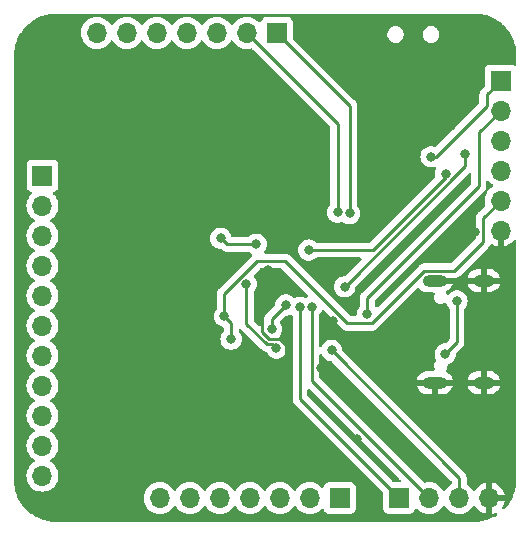
<source format=gbr>
%TF.GenerationSoftware,KiCad,Pcbnew,7.0.8*%
%TF.CreationDate,2024-02-20T11:28:20-06:00*%
%TF.ProjectId,CH32V103DevBoard,43483332-5631-4303-9344-6576426f6172,rev?*%
%TF.SameCoordinates,Original*%
%TF.FileFunction,Copper,L2,Bot*%
%TF.FilePolarity,Positive*%
%FSLAX46Y46*%
G04 Gerber Fmt 4.6, Leading zero omitted, Abs format (unit mm)*
G04 Created by KiCad (PCBNEW 7.0.8) date 2024-02-20 11:28:20*
%MOMM*%
%LPD*%
G01*
G04 APERTURE LIST*
%TA.AperFunction,ComponentPad*%
%ADD10R,1.700000X1.700000*%
%TD*%
%TA.AperFunction,ComponentPad*%
%ADD11O,1.700000X1.700000*%
%TD*%
%TA.AperFunction,ComponentPad*%
%ADD12O,2.100000X1.000000*%
%TD*%
%TA.AperFunction,ComponentPad*%
%ADD13O,1.800000X1.000000*%
%TD*%
%TA.AperFunction,ViaPad*%
%ADD14C,0.800000*%
%TD*%
%TA.AperFunction,Conductor*%
%ADD15C,0.250000*%
%TD*%
G04 APERTURE END LIST*
D10*
%TO.P,J7,1,Pin_1*%
%TO.N,PA15*%
X153240000Y-63600000D03*
D11*
%TO.P,J7,2,Pin_2*%
%TO.N,PB3*%
X150700000Y-63600000D03*
%TO.P,J7,3,Pin_3*%
%TO.N,PB5*%
X148160000Y-63600000D03*
%TO.P,J7,4,Pin_4*%
%TO.N,PB6*%
X145620000Y-63600000D03*
%TO.P,J7,5,Pin_5*%
%TO.N,PB7*%
X143080000Y-63600000D03*
%TO.P,J7,6,Pin_6*%
%TO.N,PB8*%
X140540000Y-63600000D03*
%TO.P,J7,7,Pin_7*%
%TO.N,PB9*%
X138000000Y-63600000D03*
%TD*%
D10*
%TO.P,J4,1,Pin_1*%
%TO.N,PA2*%
X133400000Y-75700000D03*
D11*
%TO.P,J4,2,Pin_2*%
%TO.N,PA3*%
X133400000Y-78240000D03*
%TO.P,J4,3,Pin_3*%
%TO.N,PA4*%
X133400000Y-80780000D03*
%TO.P,J4,4,Pin_4*%
%TO.N,PA5*%
X133400000Y-83320000D03*
%TO.P,J4,5,Pin_5*%
%TO.N,PA6*%
X133400000Y-85860000D03*
%TO.P,J4,6,Pin_6*%
%TO.N,PA7*%
X133400000Y-88400000D03*
%TO.P,J4,7,Pin_7*%
%TO.N,PB0*%
X133400000Y-90940000D03*
%TO.P,J4,8,Pin_8*%
%TO.N,PB1*%
X133400000Y-93480000D03*
%TO.P,J4,9,Pin_9*%
%TO.N,PB2*%
X133400000Y-96020000D03*
%TO.P,J4,10,Pin_10*%
%TO.N,PB10*%
X133400000Y-98560000D03*
%TO.P,J4,11,Pin_11*%
%TO.N,PB11*%
X133400000Y-101100000D03*
%TD*%
D10*
%TO.P,J5,1,Pin_1*%
%TO.N,PA10*%
X158570000Y-103000000D03*
D11*
%TO.P,J5,2,Pin_2*%
%TO.N,PA9*%
X156030000Y-103000000D03*
%TO.P,J5,3,Pin_3*%
%TO.N,PA8*%
X153490000Y-103000000D03*
%TO.P,J5,4,Pin_4*%
%TO.N,PB15*%
X150950000Y-103000000D03*
%TO.P,J5,5,Pin_5*%
%TO.N,PB14*%
X148410000Y-103000000D03*
%TO.P,J5,6,Pin_6*%
%TO.N,PB13*%
X145870000Y-103000000D03*
%TO.P,J5,7,Pin_7*%
%TO.N,PB12*%
X143330000Y-103000000D03*
%TD*%
D10*
%TO.P,J3,1,Pin_1*%
%TO.N,PB7*%
X163600000Y-103000000D03*
D11*
%TO.P,J3,2,Pin_2*%
%TO.N,PB6*%
X166140000Y-103000000D03*
%TO.P,J3,3,Pin_3*%
%TO.N,VDDA*%
X168680000Y-103000000D03*
%TO.P,J3,4,Pin_4*%
%TO.N,VSSA*%
X171220000Y-103000000D03*
%TD*%
D10*
%TO.P,J2,1,Pin_1*%
%TO.N,VDDA*%
X172200000Y-67650000D03*
D11*
%TO.P,J2,2,Pin_2*%
%TO.N,SWDIO*%
X172200000Y-70190000D03*
%TO.P,J2,3,Pin_3*%
%TO.N,SWCLK*%
X172200000Y-72730000D03*
%TO.P,J2,4,Pin_4*%
%TO.N,BOOT0*%
X172200000Y-75270000D03*
%TO.P,J2,5,Pin_5*%
%TO.N,NRST*%
X172200000Y-77810000D03*
%TO.P,J2,6,Pin_6*%
%TO.N,VSSA*%
X172200000Y-80350000D03*
%TD*%
D12*
%TO.P,J1,S1,SHIELD*%
%TO.N,VSSA*%
X166612500Y-93220000D03*
D13*
X170762500Y-93220000D03*
D12*
X166612500Y-84580000D03*
D13*
X170762500Y-84580000D03*
%TD*%
D14*
%TO.N,VSSA*%
X163500000Y-90000000D03*
X154000000Y-92000000D03*
%TO.N,VDDA*%
X157890000Y-90500000D03*
X148500000Y-81000000D03*
X151500000Y-81500000D03*
%TO.N,VSSA*%
X154500000Y-80500000D03*
X152500000Y-83650000D03*
X160000000Y-98000000D03*
X160012653Y-94487347D03*
X141500000Y-100000000D03*
X137500000Y-101500000D03*
X135000000Y-66500000D03*
X140500000Y-70000000D03*
X134000000Y-72500000D03*
X169000000Y-67500000D03*
X160500000Y-67000000D03*
X169987347Y-80500000D03*
X168000000Y-71500000D03*
X167000000Y-82500000D03*
X161500000Y-73000000D03*
X161500000Y-78000000D03*
X150000000Y-80000000D03*
X148000000Y-84000000D03*
X146000000Y-87500000D03*
X146000000Y-91000000D03*
X157970713Y-87996112D03*
X157000000Y-92000000D03*
%TO.N,PB6*%
X156200000Y-86800000D03*
%TO.N,PB7*%
X155169287Y-86843324D03*
%TO.N,PA15*%
X159400000Y-78900000D03*
%TO.N,PB3*%
X158400000Y-78800000D03*
%TO.N,SWCLK*%
X159000000Y-85100000D03*
X169200000Y-73900000D03*
%TO.N,BOOT0*%
X167548930Y-75525765D03*
X155950032Y-82000000D03*
%TO.N,VUSB*%
X168500000Y-86300000D03*
X167500000Y-90800000D03*
%TO.N,VDDA*%
X166300000Y-74100000D03*
X154000000Y-86650000D03*
X152800000Y-88700000D03*
%TO.N,SWDIO*%
X160900000Y-87400000D03*
%TO.N,PA0*%
X153200000Y-90300000D03*
X150662653Y-84862653D03*
%TO.N,NRST*%
X149374880Y-89550424D03*
X148800000Y-87600000D03*
%TD*%
D15*
%TO.N,VSSA*%
X152000000Y-84150000D02*
X152500000Y-83650000D01*
X152000000Y-88925305D02*
X152000000Y-84150000D01*
X152574695Y-89500000D02*
X152000000Y-88925305D01*
X153425305Y-89500000D02*
X152574695Y-89500000D01*
X154000000Y-90074695D02*
X153425305Y-89500000D01*
X154000000Y-92000000D02*
X154000000Y-90074695D01*
%TO.N,PA0*%
X152388299Y-89950000D02*
X150662653Y-88224354D01*
X152850000Y-89950000D02*
X152388299Y-89950000D01*
X150662653Y-88224354D02*
X150662653Y-84862653D01*
X153200000Y-90300000D02*
X152850000Y-89950000D01*
%TO.N,NRST*%
X148800000Y-85700001D02*
X148800000Y-87600000D01*
X151575001Y-82925000D02*
X148800000Y-85700001D01*
X153925000Y-82925000D02*
X151575001Y-82925000D01*
X159195713Y-88195713D02*
X153925000Y-82925000D01*
X161281862Y-88195713D02*
X159195713Y-88195713D01*
X165722575Y-83755000D02*
X161281862Y-88195713D01*
X168245000Y-83755000D02*
X165722575Y-83755000D01*
X170712347Y-81287653D02*
X168245000Y-83755000D01*
X172200000Y-77810000D02*
X170712347Y-79297653D01*
X170712347Y-79297653D02*
X170712347Y-81287653D01*
%TO.N,VDDA*%
X168680000Y-101290000D02*
X157890000Y-90500000D01*
X168680000Y-103000000D02*
X168680000Y-101290000D01*
X149000000Y-81500000D02*
X148500000Y-81000000D01*
X151500000Y-81500000D02*
X149000000Y-81500000D01*
%TO.N,PB6*%
X156200000Y-86800000D02*
X156200000Y-93060000D01*
%TO.N,PB7*%
X155200000Y-86874037D02*
X155169287Y-86843324D01*
X155200000Y-94600000D02*
X155200000Y-86874037D01*
X163600000Y-103000000D02*
X155200000Y-94600000D01*
%TO.N,PB6*%
X156200000Y-93060000D02*
X166140000Y-103000000D01*
%TO.N,PA15*%
X159400000Y-78900000D02*
X159400000Y-69760000D01*
X159400000Y-69760000D02*
X153240000Y-63600000D01*
%TO.N,PB3*%
X158400000Y-71300000D02*
X150700000Y-63600000D01*
X158400000Y-78800000D02*
X158400000Y-71300000D01*
%TO.N,BOOT0*%
X161374695Y-82000000D02*
X155950032Y-82000000D01*
X167548930Y-75825765D02*
X161374695Y-82000000D01*
X167548930Y-75525765D02*
X167548930Y-75825765D01*
%TO.N,SWCLK*%
X169200000Y-74900000D02*
X159000000Y-85100000D01*
X169200000Y-73900000D02*
X169200000Y-74900000D01*
%TO.N,SWDIO*%
X170350000Y-76586396D02*
X170350000Y-72040000D01*
X160900000Y-87400000D02*
X160900000Y-86036396D01*
X170350000Y-72040000D02*
X172200000Y-70190000D01*
X160900000Y-86036396D02*
X170350000Y-76586396D01*
%TO.N,VUSB*%
X168500000Y-89800000D02*
X168500000Y-86300000D01*
X167500000Y-90800000D02*
X168500000Y-89800000D01*
%TO.N,VDDA*%
X171025000Y-68825000D02*
X172200000Y-67650000D01*
X166700000Y-74100000D02*
X171025000Y-69775000D01*
X166300000Y-74100000D02*
X166700000Y-74100000D01*
X171025000Y-69775000D02*
X171025000Y-68825000D01*
X152800000Y-87850000D02*
X154000000Y-86650000D01*
X152800000Y-88700000D02*
X152800000Y-87850000D01*
%TO.N,NRST*%
X149374880Y-88174880D02*
X149374880Y-89550424D01*
X148800000Y-87600000D02*
X149374880Y-88174880D01*
%TD*%
%TA.AperFunction,Conductor*%
%TO.N,VSSA*%
G36*
X170026663Y-61975450D02*
G01*
X170061716Y-61977171D01*
X170178102Y-61982890D01*
X170371706Y-61993037D01*
X170377514Y-61993618D01*
X170547182Y-62018787D01*
X170722671Y-62046582D01*
X170728014Y-62047673D01*
X170773052Y-62058954D01*
X170897716Y-62090181D01*
X171066382Y-62135376D01*
X171071167Y-62136870D01*
X171218405Y-62189554D01*
X171237317Y-62196321D01*
X171264844Y-62206887D01*
X171399298Y-62258500D01*
X171403564Y-62260325D01*
X171417432Y-62266884D01*
X171563848Y-62336133D01*
X171718030Y-62414693D01*
X171721721Y-62416737D01*
X171874315Y-62508199D01*
X172004014Y-62592426D01*
X172019237Y-62602312D01*
X172022403Y-62604511D01*
X172165658Y-62710756D01*
X172187690Y-62728597D01*
X172299979Y-62819527D01*
X172302552Y-62821733D01*
X172433797Y-62940686D01*
X172435991Y-62942775D01*
X172557223Y-63064007D01*
X172559315Y-63066204D01*
X172678277Y-63197458D01*
X172680477Y-63200026D01*
X172745271Y-63280040D01*
X172789243Y-63334341D01*
X172895487Y-63477595D01*
X172897686Y-63480761D01*
X172948077Y-63558356D01*
X172991802Y-63625688D01*
X173083264Y-63778280D01*
X173085316Y-63781990D01*
X173163866Y-63936151D01*
X173239674Y-64096434D01*
X173241509Y-64100725D01*
X173303678Y-64262682D01*
X173363116Y-64428794D01*
X173364628Y-64433637D01*
X173409828Y-64602326D01*
X173452326Y-64771984D01*
X173453421Y-64777353D01*
X173481219Y-64952864D01*
X173506377Y-65122456D01*
X173506963Y-65128313D01*
X173517122Y-65322158D01*
X173524550Y-65473347D01*
X173524625Y-65476434D01*
X173524062Y-66282043D01*
X173504331Y-66349068D01*
X173451495Y-66394786D01*
X173382329Y-66404681D01*
X173325751Y-66381222D01*
X173292331Y-66356204D01*
X173292328Y-66356202D01*
X173157482Y-66305908D01*
X173157483Y-66305908D01*
X173097883Y-66299501D01*
X173097881Y-66299500D01*
X173097873Y-66299500D01*
X173097864Y-66299500D01*
X171302129Y-66299500D01*
X171302123Y-66299501D01*
X171242516Y-66305908D01*
X171107671Y-66356202D01*
X171107664Y-66356206D01*
X170992455Y-66442452D01*
X170992452Y-66442455D01*
X170906206Y-66557664D01*
X170906202Y-66557671D01*
X170855908Y-66692517D01*
X170849501Y-66752116D01*
X170849500Y-66752135D01*
X170849500Y-68064546D01*
X170829815Y-68131585D01*
X170813181Y-68152227D01*
X170641208Y-68324199D01*
X170628951Y-68334020D01*
X170629134Y-68334241D01*
X170623123Y-68339213D01*
X170575772Y-68389636D01*
X170554889Y-68410519D01*
X170554877Y-68410532D01*
X170550621Y-68416017D01*
X170546837Y-68420447D01*
X170514937Y-68454418D01*
X170514936Y-68454420D01*
X170505284Y-68471976D01*
X170494610Y-68488226D01*
X170482329Y-68504061D01*
X170482324Y-68504068D01*
X170463815Y-68546838D01*
X170461245Y-68552084D01*
X170438803Y-68592906D01*
X170433822Y-68612307D01*
X170427521Y-68630710D01*
X170419562Y-68649102D01*
X170419561Y-68649105D01*
X170412271Y-68695127D01*
X170411087Y-68700846D01*
X170399501Y-68745972D01*
X170399500Y-68745982D01*
X170399500Y-68766016D01*
X170397973Y-68785415D01*
X170394840Y-68805194D01*
X170394840Y-68805195D01*
X170399225Y-68851583D01*
X170399500Y-68857421D01*
X170399500Y-69464546D01*
X170379815Y-69531585D01*
X170363181Y-69552227D01*
X166706556Y-73208851D01*
X166645233Y-73242336D01*
X166586332Y-73239391D01*
X166586159Y-73240207D01*
X166581088Y-73239129D01*
X166580562Y-73239103D01*
X166579805Y-73238857D01*
X166579803Y-73238856D01*
X166579800Y-73238855D01*
X166579799Y-73238855D01*
X166438639Y-73208851D01*
X166394646Y-73199500D01*
X166205354Y-73199500D01*
X166172897Y-73206398D01*
X166020197Y-73238855D01*
X166020192Y-73238857D01*
X165847270Y-73315848D01*
X165847265Y-73315851D01*
X165694129Y-73427111D01*
X165567466Y-73567785D01*
X165472821Y-73731715D01*
X165472818Y-73731722D01*
X165414327Y-73911740D01*
X165414326Y-73911744D01*
X165394540Y-74100000D01*
X165414326Y-74288256D01*
X165414327Y-74288259D01*
X165472818Y-74468277D01*
X165472821Y-74468284D01*
X165567467Y-74632216D01*
X165666782Y-74742516D01*
X165694129Y-74772888D01*
X165847265Y-74884148D01*
X165847270Y-74884151D01*
X166020192Y-74961142D01*
X166020197Y-74961144D01*
X166205354Y-75000500D01*
X166205355Y-75000500D01*
X166394644Y-75000500D01*
X166394646Y-75000500D01*
X166579803Y-74961144D01*
X166579805Y-74961142D01*
X166585987Y-74959135D01*
X166586842Y-74961769D01*
X166643984Y-74954077D01*
X166707276Y-74983671D01*
X166744521Y-75042786D01*
X166743894Y-75112653D01*
X166732624Y-75138648D01*
X166721751Y-75157481D01*
X166721748Y-75157487D01*
X166663953Y-75335364D01*
X166663256Y-75337509D01*
X166649145Y-75471770D01*
X166643470Y-75525765D01*
X166663256Y-75714021D01*
X166663258Y-75714027D01*
X166667444Y-75726911D01*
X166669439Y-75796752D01*
X166637194Y-75852909D01*
X161151923Y-81338181D01*
X161090600Y-81371666D01*
X161064242Y-81374500D01*
X156653780Y-81374500D01*
X156586741Y-81354815D01*
X156561632Y-81333474D01*
X156555905Y-81327114D01*
X156555901Y-81327110D01*
X156402766Y-81215851D01*
X156402761Y-81215848D01*
X156229839Y-81138857D01*
X156229834Y-81138855D01*
X156075752Y-81106105D01*
X156044678Y-81099500D01*
X155855386Y-81099500D01*
X155824312Y-81106105D01*
X155670229Y-81138855D01*
X155670224Y-81138857D01*
X155497302Y-81215848D01*
X155497297Y-81215851D01*
X155344161Y-81327111D01*
X155217498Y-81467785D01*
X155122853Y-81631715D01*
X155122850Y-81631722D01*
X155071923Y-81788460D01*
X155064358Y-81811744D01*
X155044572Y-82000000D01*
X155064358Y-82188256D01*
X155064359Y-82188259D01*
X155122850Y-82368277D01*
X155122853Y-82368284D01*
X155217499Y-82532216D01*
X155316503Y-82642171D01*
X155344161Y-82672888D01*
X155497297Y-82784148D01*
X155497302Y-82784151D01*
X155670224Y-82861142D01*
X155670229Y-82861144D01*
X155855386Y-82900500D01*
X155855387Y-82900500D01*
X156044676Y-82900500D01*
X156044678Y-82900500D01*
X156229835Y-82861144D01*
X156402762Y-82784151D01*
X156555903Y-82672888D01*
X156558820Y-82669647D01*
X156561632Y-82666526D01*
X156621119Y-82629879D01*
X156653780Y-82625500D01*
X160290547Y-82625500D01*
X160357586Y-82645185D01*
X160403341Y-82697989D01*
X160413285Y-82767147D01*
X160384260Y-82830703D01*
X160378228Y-82837181D01*
X159052228Y-84163181D01*
X158990905Y-84196666D01*
X158964547Y-84199500D01*
X158905354Y-84199500D01*
X158872897Y-84206398D01*
X158720197Y-84238855D01*
X158720192Y-84238857D01*
X158547270Y-84315848D01*
X158547265Y-84315851D01*
X158394129Y-84427111D01*
X158267466Y-84567785D01*
X158172821Y-84731715D01*
X158172818Y-84731722D01*
X158129648Y-84864588D01*
X158114326Y-84911744D01*
X158094540Y-85100000D01*
X158114326Y-85288256D01*
X158114327Y-85288259D01*
X158172818Y-85468277D01*
X158172821Y-85468284D01*
X158267467Y-85632216D01*
X158383344Y-85760910D01*
X158394129Y-85772888D01*
X158547265Y-85884148D01*
X158547270Y-85884151D01*
X158720192Y-85961142D01*
X158720197Y-85961144D01*
X158905354Y-86000500D01*
X158905355Y-86000500D01*
X159094644Y-86000500D01*
X159094646Y-86000500D01*
X159279803Y-85961144D01*
X159452730Y-85884151D01*
X159605871Y-85772888D01*
X159732533Y-85632216D01*
X159827179Y-85468284D01*
X159885674Y-85288256D01*
X159903321Y-85120345D01*
X159929905Y-85055732D01*
X159938952Y-85045636D01*
X169512821Y-75471768D01*
X169574142Y-75438285D01*
X169643834Y-75443269D01*
X169699767Y-75485141D01*
X169724184Y-75550605D01*
X169724500Y-75559451D01*
X169724500Y-76275942D01*
X169704815Y-76342981D01*
X169688181Y-76363623D01*
X160516208Y-85535595D01*
X160503951Y-85545416D01*
X160504134Y-85545637D01*
X160498123Y-85550609D01*
X160450772Y-85601032D01*
X160429889Y-85621915D01*
X160429877Y-85621928D01*
X160425621Y-85627413D01*
X160421837Y-85631843D01*
X160389937Y-85665814D01*
X160389936Y-85665816D01*
X160380284Y-85683372D01*
X160369610Y-85699622D01*
X160357329Y-85715457D01*
X160357324Y-85715464D01*
X160338815Y-85758234D01*
X160336245Y-85763480D01*
X160313803Y-85804302D01*
X160308822Y-85823703D01*
X160302521Y-85842106D01*
X160294562Y-85860498D01*
X160294561Y-85860501D01*
X160287271Y-85906523D01*
X160286087Y-85912242D01*
X160274501Y-85957368D01*
X160274500Y-85957378D01*
X160274500Y-85977412D01*
X160272973Y-85996811D01*
X160269958Y-86015849D01*
X160269840Y-86016592D01*
X160272825Y-86048169D01*
X160274225Y-86062979D01*
X160274500Y-86068817D01*
X160274500Y-86701312D01*
X160254815Y-86768351D01*
X160242650Y-86784284D01*
X160167466Y-86867784D01*
X160072821Y-87031715D01*
X160072818Y-87031722D01*
X160014327Y-87211740D01*
X160014326Y-87211744D01*
X160001664Y-87332216D01*
X159994540Y-87400000D01*
X159998035Y-87433252D01*
X159985465Y-87501982D01*
X159937733Y-87553005D01*
X159874714Y-87570213D01*
X159506165Y-87570213D01*
X159439126Y-87550528D01*
X159418484Y-87533894D01*
X156930217Y-85045627D01*
X154425803Y-82541212D01*
X154415980Y-82528950D01*
X154415759Y-82529134D01*
X154410786Y-82523123D01*
X154392159Y-82505631D01*
X154360364Y-82475773D01*
X154349919Y-82465328D01*
X154339475Y-82454883D01*
X154333986Y-82450625D01*
X154329561Y-82446847D01*
X154295582Y-82414938D01*
X154295580Y-82414936D01*
X154295577Y-82414935D01*
X154278029Y-82405288D01*
X154261763Y-82394604D01*
X154245933Y-82382325D01*
X154203168Y-82363818D01*
X154197922Y-82361248D01*
X154157093Y-82338803D01*
X154157092Y-82338802D01*
X154137693Y-82333822D01*
X154119281Y-82327518D01*
X154100898Y-82319562D01*
X154100892Y-82319560D01*
X154054874Y-82312272D01*
X154049152Y-82311087D01*
X154004021Y-82299500D01*
X154004019Y-82299500D01*
X153983984Y-82299500D01*
X153964586Y-82297973D01*
X153957162Y-82296797D01*
X153944805Y-82294840D01*
X153944804Y-82294840D01*
X153898416Y-82299225D01*
X153892578Y-82299500D01*
X152270378Y-82299500D01*
X152203339Y-82279815D01*
X152157584Y-82227011D01*
X152147640Y-82157853D01*
X152176665Y-82094297D01*
X152178228Y-82092528D01*
X152204141Y-82063748D01*
X152232533Y-82032216D01*
X152327179Y-81868284D01*
X152385674Y-81688256D01*
X152405460Y-81500000D01*
X152385674Y-81311744D01*
X152327179Y-81131716D01*
X152232533Y-80967784D01*
X152105871Y-80827112D01*
X152105870Y-80827111D01*
X151952734Y-80715851D01*
X151952729Y-80715848D01*
X151779807Y-80638857D01*
X151779802Y-80638855D01*
X151634001Y-80607865D01*
X151594646Y-80599500D01*
X151405354Y-80599500D01*
X151372897Y-80606398D01*
X151220197Y-80638855D01*
X151220192Y-80638857D01*
X151047270Y-80715848D01*
X151047265Y-80715851D01*
X150894130Y-80827110D01*
X150894126Y-80827114D01*
X150888400Y-80833474D01*
X150828913Y-80870121D01*
X150796252Y-80874500D01*
X149496156Y-80874500D01*
X149429117Y-80854815D01*
X149383362Y-80802011D01*
X149378225Y-80788818D01*
X149327181Y-80631722D01*
X149327180Y-80631721D01*
X149327179Y-80631716D01*
X149232533Y-80467784D01*
X149105871Y-80327112D01*
X149105870Y-80327111D01*
X148952734Y-80215851D01*
X148952729Y-80215848D01*
X148779807Y-80138857D01*
X148779802Y-80138855D01*
X148634001Y-80107865D01*
X148594646Y-80099500D01*
X148405354Y-80099500D01*
X148392788Y-80102171D01*
X148220197Y-80138855D01*
X148220192Y-80138857D01*
X148047270Y-80215848D01*
X148047265Y-80215851D01*
X147894129Y-80327111D01*
X147767466Y-80467785D01*
X147672821Y-80631715D01*
X147672818Y-80631722D01*
X147624640Y-80780000D01*
X147614326Y-80811744D01*
X147594540Y-81000000D01*
X147614326Y-81188256D01*
X147614327Y-81188259D01*
X147672818Y-81368277D01*
X147672821Y-81368284D01*
X147767467Y-81532216D01*
X147857063Y-81631722D01*
X147894129Y-81672888D01*
X148047265Y-81784148D01*
X148047270Y-81784151D01*
X148220192Y-81861142D01*
X148220197Y-81861144D01*
X148405354Y-81900500D01*
X148463652Y-81900500D01*
X148530691Y-81920185D01*
X148548534Y-81934106D01*
X148564650Y-81949240D01*
X148585529Y-81970119D01*
X148591004Y-81974366D01*
X148595446Y-81978160D01*
X148629415Y-82010060D01*
X148629417Y-82010061D01*
X148629418Y-82010062D01*
X148646976Y-82019714D01*
X148663237Y-82030396D01*
X148679064Y-82042673D01*
X148721823Y-82061176D01*
X148727073Y-82063748D01*
X148767904Y-82086195D01*
X148767908Y-82086197D01*
X148767912Y-82086198D01*
X148787311Y-82091179D01*
X148805722Y-82097483D01*
X148824097Y-82105435D01*
X148824100Y-82105435D01*
X148824105Y-82105438D01*
X148870149Y-82112729D01*
X148875832Y-82113906D01*
X148920981Y-82125500D01*
X148941016Y-82125500D01*
X148960413Y-82127026D01*
X148980196Y-82130160D01*
X149026584Y-82125775D01*
X149032422Y-82125500D01*
X150796252Y-82125500D01*
X150863291Y-82145185D01*
X150888400Y-82166526D01*
X150894126Y-82172885D01*
X150894130Y-82172889D01*
X151047265Y-82284148D01*
X151047267Y-82284149D01*
X151047270Y-82284151D01*
X151071278Y-82294840D01*
X151077879Y-82297779D01*
X151131115Y-82343030D01*
X151151436Y-82409879D01*
X151132390Y-82477103D01*
X151122984Y-82490100D01*
X151113711Y-82501310D01*
X151109778Y-82505631D01*
X148416208Y-85199200D01*
X148403951Y-85209021D01*
X148404134Y-85209242D01*
X148398123Y-85214214D01*
X148350772Y-85264637D01*
X148329889Y-85285520D01*
X148329877Y-85285533D01*
X148325621Y-85291018D01*
X148321837Y-85295448D01*
X148289937Y-85329419D01*
X148289936Y-85329421D01*
X148280284Y-85346977D01*
X148269610Y-85363227D01*
X148257329Y-85379062D01*
X148257324Y-85379069D01*
X148238815Y-85421839D01*
X148236245Y-85427085D01*
X148213803Y-85467907D01*
X148208822Y-85487308D01*
X148202521Y-85505711D01*
X148194562Y-85524103D01*
X148194561Y-85524106D01*
X148187271Y-85570128D01*
X148186087Y-85575847D01*
X148174501Y-85620973D01*
X148174500Y-85620983D01*
X148174500Y-85641017D01*
X148172973Y-85660416D01*
X148169840Y-85680195D01*
X148169840Y-85680196D01*
X148174225Y-85726584D01*
X148174500Y-85732422D01*
X148174500Y-86901312D01*
X148154815Y-86968351D01*
X148142650Y-86984284D01*
X148067466Y-87067784D01*
X147972821Y-87231715D01*
X147972818Y-87231722D01*
X147918142Y-87400000D01*
X147914326Y-87411744D01*
X147894540Y-87600000D01*
X147914326Y-87788256D01*
X147914327Y-87788259D01*
X147972818Y-87968277D01*
X147972821Y-87968284D01*
X148067467Y-88132216D01*
X148097005Y-88165021D01*
X148194129Y-88272888D01*
X148347265Y-88384148D01*
X148347270Y-88384151D01*
X148520191Y-88461142D01*
X148520193Y-88461142D01*
X148520197Y-88461144D01*
X148651165Y-88488981D01*
X148712642Y-88522171D01*
X148746419Y-88583334D01*
X148749380Y-88610270D01*
X148749380Y-88851736D01*
X148729695Y-88918775D01*
X148717530Y-88934708D01*
X148642346Y-89018208D01*
X148547701Y-89182139D01*
X148547698Y-89182146D01*
X148513767Y-89286576D01*
X148489206Y-89362168D01*
X148469420Y-89550424D01*
X148489206Y-89738680D01*
X148489207Y-89738683D01*
X148547698Y-89918701D01*
X148547701Y-89918708D01*
X148642347Y-90082640D01*
X148752851Y-90205367D01*
X148769009Y-90223312D01*
X148922145Y-90334572D01*
X148922150Y-90334575D01*
X149095072Y-90411566D01*
X149095077Y-90411568D01*
X149280234Y-90450924D01*
X149280235Y-90450924D01*
X149469524Y-90450924D01*
X149469526Y-90450924D01*
X149654683Y-90411568D01*
X149827610Y-90334575D01*
X149980751Y-90223312D01*
X150107413Y-90082640D01*
X150202059Y-89918708D01*
X150260554Y-89738680D01*
X150280340Y-89550424D01*
X150260554Y-89362168D01*
X150202059Y-89182140D01*
X150107413Y-89018208D01*
X150032230Y-88934708D01*
X150002000Y-88871716D01*
X150000380Y-88851736D01*
X150000380Y-88751783D01*
X150020065Y-88684744D01*
X150072869Y-88638989D01*
X150142027Y-88629045D01*
X150203419Y-88656239D01*
X150238962Y-88685642D01*
X150243285Y-88689576D01*
X151887496Y-90333788D01*
X151897321Y-90346051D01*
X151897542Y-90345869D01*
X151902513Y-90351878D01*
X151928516Y-90376295D01*
X151952934Y-90399226D01*
X151973828Y-90420120D01*
X151979310Y-90424373D01*
X151983742Y-90428157D01*
X152017717Y-90460062D01*
X152035275Y-90469714D01*
X152051532Y-90480393D01*
X152067363Y-90492673D01*
X152084295Y-90500000D01*
X152110132Y-90511182D01*
X152115376Y-90513750D01*
X152156207Y-90536197D01*
X152168822Y-90539435D01*
X152175604Y-90541177D01*
X152194018Y-90547481D01*
X152212403Y-90555438D01*
X152258440Y-90562729D01*
X152264129Y-90563907D01*
X152279338Y-90567812D01*
X152279692Y-90567903D01*
X152339727Y-90603645D01*
X152366775Y-90649682D01*
X152372816Y-90668272D01*
X152372821Y-90668284D01*
X152467467Y-90832216D01*
X152594129Y-90972888D01*
X152747265Y-91084148D01*
X152747270Y-91084151D01*
X152920192Y-91161142D01*
X152920197Y-91161144D01*
X153105354Y-91200500D01*
X153105355Y-91200500D01*
X153294644Y-91200500D01*
X153294646Y-91200500D01*
X153479803Y-91161144D01*
X153652730Y-91084151D01*
X153805871Y-90972888D01*
X153932533Y-90832216D01*
X154027179Y-90668284D01*
X154085674Y-90488256D01*
X154105460Y-90300000D01*
X154085674Y-90111744D01*
X154027179Y-89931716D01*
X153932533Y-89767784D01*
X153805871Y-89627112D01*
X153800214Y-89623002D01*
X153652734Y-89515851D01*
X153652729Y-89515848D01*
X153540542Y-89465899D01*
X153487305Y-89420649D01*
X153466984Y-89353800D01*
X153486029Y-89286576D01*
X153498824Y-89269653D01*
X153532533Y-89232216D01*
X153627179Y-89068284D01*
X153685674Y-88888256D01*
X153705460Y-88700000D01*
X153685674Y-88511744D01*
X153627179Y-88331716D01*
X153532533Y-88167784D01*
X153528715Y-88162529D01*
X153529750Y-88161776D01*
X153502519Y-88105033D01*
X153511144Y-88035698D01*
X153537215Y-87997374D01*
X153947772Y-87586819D01*
X154009095Y-87553334D01*
X154035453Y-87550500D01*
X154094644Y-87550500D01*
X154094646Y-87550500D01*
X154279803Y-87511144D01*
X154396694Y-87459099D01*
X154465943Y-87449815D01*
X154529220Y-87479443D01*
X154539260Y-87489384D01*
X154542632Y-87493129D01*
X154572875Y-87556111D01*
X154574500Y-87576120D01*
X154574500Y-94517255D01*
X154572775Y-94532872D01*
X154573061Y-94532899D01*
X154572326Y-94540665D01*
X154574500Y-94609814D01*
X154574500Y-94639343D01*
X154574501Y-94639360D01*
X154575368Y-94646231D01*
X154575826Y-94652050D01*
X154577290Y-94698624D01*
X154577291Y-94698627D01*
X154582880Y-94717867D01*
X154586824Y-94736911D01*
X154588478Y-94750000D01*
X154589336Y-94756791D01*
X154606490Y-94800119D01*
X154608382Y-94805647D01*
X154621381Y-94850388D01*
X154631580Y-94867634D01*
X154640138Y-94885103D01*
X154647514Y-94903732D01*
X154674898Y-94941423D01*
X154678106Y-94946307D01*
X154701827Y-94986416D01*
X154701833Y-94986424D01*
X154715990Y-95000580D01*
X154728628Y-95015376D01*
X154740405Y-95031586D01*
X154740406Y-95031587D01*
X154776309Y-95061288D01*
X154780620Y-95065210D01*
X160540189Y-100824780D01*
X162213181Y-102497772D01*
X162246666Y-102559095D01*
X162249500Y-102585453D01*
X162249500Y-103897870D01*
X162249501Y-103897876D01*
X162255908Y-103957483D01*
X162306202Y-104092328D01*
X162306206Y-104092335D01*
X162392452Y-104207544D01*
X162392455Y-104207547D01*
X162507664Y-104293793D01*
X162507671Y-104293797D01*
X162642517Y-104344091D01*
X162642516Y-104344091D01*
X162649444Y-104344835D01*
X162702127Y-104350500D01*
X164497872Y-104350499D01*
X164557483Y-104344091D01*
X164692331Y-104293796D01*
X164807546Y-104207546D01*
X164893796Y-104092331D01*
X164942810Y-103960916D01*
X164984681Y-103904984D01*
X165050145Y-103880566D01*
X165118418Y-103895417D01*
X165146673Y-103916569D01*
X165268599Y-104038495D01*
X165351907Y-104096828D01*
X165462165Y-104174032D01*
X165462167Y-104174033D01*
X165462170Y-104174035D01*
X165676337Y-104273903D01*
X165676343Y-104273904D01*
X165676344Y-104273905D01*
X165731285Y-104288626D01*
X165904592Y-104335063D01*
X166081034Y-104350500D01*
X166139999Y-104355659D01*
X166140000Y-104355659D01*
X166140001Y-104355659D01*
X166198966Y-104350500D01*
X166375408Y-104335063D01*
X166603663Y-104273903D01*
X166817830Y-104174035D01*
X167011401Y-104038495D01*
X167178495Y-103871401D01*
X167308425Y-103685842D01*
X167363002Y-103642217D01*
X167432500Y-103635023D01*
X167494855Y-103666546D01*
X167511575Y-103685842D01*
X167641500Y-103871395D01*
X167641505Y-103871401D01*
X167808599Y-104038495D01*
X167891907Y-104096828D01*
X168002165Y-104174032D01*
X168002167Y-104174033D01*
X168002170Y-104174035D01*
X168216337Y-104273903D01*
X168216343Y-104273904D01*
X168216344Y-104273905D01*
X168271285Y-104288626D01*
X168444592Y-104335063D01*
X168621034Y-104350500D01*
X168679999Y-104355659D01*
X168680000Y-104355659D01*
X168680001Y-104355659D01*
X168738966Y-104350500D01*
X168915408Y-104335063D01*
X169143663Y-104273903D01*
X169357830Y-104174035D01*
X169551401Y-104038495D01*
X169718495Y-103871401D01*
X169848730Y-103685405D01*
X169903307Y-103641781D01*
X169972805Y-103634587D01*
X170035160Y-103666110D01*
X170051879Y-103685405D01*
X170181890Y-103871078D01*
X170348917Y-104038105D01*
X170542421Y-104173600D01*
X170756507Y-104273429D01*
X170756516Y-104273433D01*
X170970000Y-104330634D01*
X170970000Y-103435501D01*
X171077685Y-103484680D01*
X171184237Y-103500000D01*
X171255763Y-103500000D01*
X171362315Y-103484680D01*
X171470000Y-103435501D01*
X171470000Y-104330633D01*
X171683483Y-104273433D01*
X171683487Y-104273431D01*
X171715123Y-104258679D01*
X171784201Y-104248186D01*
X171847985Y-104276704D01*
X171886226Y-104335179D01*
X171886782Y-104405047D01*
X171849477Y-104464124D01*
X171831279Y-104477419D01*
X171696720Y-104558070D01*
X171692993Y-104560133D01*
X171538470Y-104638868D01*
X171378542Y-104714507D01*
X171374251Y-104716343D01*
X171211888Y-104778669D01*
X171046157Y-104837968D01*
X171041315Y-104839480D01*
X170872216Y-104884791D01*
X170702941Y-104927192D01*
X170697572Y-104928287D01*
X170521682Y-104956145D01*
X170352438Y-104981250D01*
X170346582Y-104981836D01*
X170152438Y-104992011D01*
X170001513Y-104999425D01*
X169998470Y-104999500D01*
X134501530Y-104999500D01*
X134498488Y-104999425D01*
X134347561Y-104992011D01*
X134153416Y-104981836D01*
X134147560Y-104981250D01*
X133978317Y-104956145D01*
X133802426Y-104928287D01*
X133797057Y-104927192D01*
X133627783Y-104884791D01*
X133458683Y-104839480D01*
X133453841Y-104837968D01*
X133288111Y-104778669D01*
X133125747Y-104716343D01*
X133121456Y-104714507D01*
X132961529Y-104638868D01*
X132807006Y-104560133D01*
X132803278Y-104558070D01*
X132651028Y-104466816D01*
X132505740Y-104372465D01*
X132502584Y-104370274D01*
X132428082Y-104315019D01*
X132359657Y-104264271D01*
X132225027Y-104155250D01*
X132222408Y-104153005D01*
X132096069Y-104038498D01*
X132091476Y-104034335D01*
X132089278Y-104032242D01*
X131967756Y-103910720D01*
X131965657Y-103908516D01*
X131959884Y-103902147D01*
X131846991Y-103777588D01*
X131844758Y-103774983D01*
X131765882Y-103677579D01*
X131735728Y-103640342D01*
X131696730Y-103587760D01*
X131629716Y-103497402D01*
X131627533Y-103494258D01*
X131607659Y-103463655D01*
X131533180Y-103348965D01*
X131441928Y-103196720D01*
X131439864Y-103192992D01*
X131361131Y-103038470D01*
X131342936Y-103000000D01*
X141974341Y-103000000D01*
X141994936Y-103235403D01*
X141994938Y-103235413D01*
X142056094Y-103463655D01*
X142056096Y-103463659D01*
X142056097Y-103463663D01*
X142136004Y-103635023D01*
X142155965Y-103677830D01*
X142155967Y-103677834D01*
X142225818Y-103777591D01*
X142291505Y-103871401D01*
X142458599Y-104038495D01*
X142541907Y-104096828D01*
X142652165Y-104174032D01*
X142652167Y-104174033D01*
X142652170Y-104174035D01*
X142866337Y-104273903D01*
X142866343Y-104273904D01*
X142866344Y-104273905D01*
X142921285Y-104288626D01*
X143094592Y-104335063D01*
X143271034Y-104350500D01*
X143329999Y-104355659D01*
X143330000Y-104355659D01*
X143330001Y-104355659D01*
X143388966Y-104350500D01*
X143565408Y-104335063D01*
X143793663Y-104273903D01*
X144007830Y-104174035D01*
X144201401Y-104038495D01*
X144368495Y-103871401D01*
X144498425Y-103685842D01*
X144553002Y-103642217D01*
X144622500Y-103635023D01*
X144684855Y-103666546D01*
X144701575Y-103685842D01*
X144831500Y-103871395D01*
X144831505Y-103871401D01*
X144998599Y-104038495D01*
X145081907Y-104096828D01*
X145192165Y-104174032D01*
X145192167Y-104174033D01*
X145192170Y-104174035D01*
X145406337Y-104273903D01*
X145406343Y-104273904D01*
X145406344Y-104273905D01*
X145461285Y-104288626D01*
X145634592Y-104335063D01*
X145811034Y-104350500D01*
X145869999Y-104355659D01*
X145870000Y-104355659D01*
X145870001Y-104355659D01*
X145928966Y-104350500D01*
X146105408Y-104335063D01*
X146333663Y-104273903D01*
X146547830Y-104174035D01*
X146741401Y-104038495D01*
X146908495Y-103871401D01*
X147038425Y-103685842D01*
X147093002Y-103642217D01*
X147162500Y-103635023D01*
X147224855Y-103666546D01*
X147241575Y-103685842D01*
X147371500Y-103871395D01*
X147371505Y-103871401D01*
X147538599Y-104038495D01*
X147621907Y-104096828D01*
X147732165Y-104174032D01*
X147732167Y-104174033D01*
X147732170Y-104174035D01*
X147946337Y-104273903D01*
X147946343Y-104273904D01*
X147946344Y-104273905D01*
X148001285Y-104288626D01*
X148174592Y-104335063D01*
X148351034Y-104350500D01*
X148409999Y-104355659D01*
X148410000Y-104355659D01*
X148410001Y-104355659D01*
X148468966Y-104350500D01*
X148645408Y-104335063D01*
X148873663Y-104273903D01*
X149087830Y-104174035D01*
X149281401Y-104038495D01*
X149448495Y-103871401D01*
X149578425Y-103685842D01*
X149633002Y-103642217D01*
X149702500Y-103635023D01*
X149764855Y-103666546D01*
X149781575Y-103685842D01*
X149911500Y-103871395D01*
X149911505Y-103871401D01*
X150078599Y-104038495D01*
X150161907Y-104096828D01*
X150272165Y-104174032D01*
X150272167Y-104174033D01*
X150272170Y-104174035D01*
X150486337Y-104273903D01*
X150486343Y-104273904D01*
X150486344Y-104273905D01*
X150541285Y-104288626D01*
X150714592Y-104335063D01*
X150891034Y-104350500D01*
X150949999Y-104355659D01*
X150950000Y-104355659D01*
X150950001Y-104355659D01*
X151008966Y-104350500D01*
X151185408Y-104335063D01*
X151413663Y-104273903D01*
X151627830Y-104174035D01*
X151821401Y-104038495D01*
X151988495Y-103871401D01*
X152118425Y-103685842D01*
X152173002Y-103642217D01*
X152242500Y-103635023D01*
X152304855Y-103666546D01*
X152321575Y-103685842D01*
X152451500Y-103871395D01*
X152451505Y-103871401D01*
X152618599Y-104038495D01*
X152701907Y-104096828D01*
X152812165Y-104174032D01*
X152812167Y-104174033D01*
X152812170Y-104174035D01*
X153026337Y-104273903D01*
X153026343Y-104273904D01*
X153026344Y-104273905D01*
X153081285Y-104288626D01*
X153254592Y-104335063D01*
X153431034Y-104350500D01*
X153489999Y-104355659D01*
X153490000Y-104355659D01*
X153490001Y-104355659D01*
X153548966Y-104350500D01*
X153725408Y-104335063D01*
X153953663Y-104273903D01*
X154167830Y-104174035D01*
X154361401Y-104038495D01*
X154528495Y-103871401D01*
X154658425Y-103685842D01*
X154713002Y-103642217D01*
X154782500Y-103635023D01*
X154844855Y-103666546D01*
X154861575Y-103685842D01*
X154991500Y-103871395D01*
X154991505Y-103871401D01*
X155158599Y-104038495D01*
X155241907Y-104096828D01*
X155352165Y-104174032D01*
X155352167Y-104174033D01*
X155352170Y-104174035D01*
X155566337Y-104273903D01*
X155566343Y-104273904D01*
X155566344Y-104273905D01*
X155621285Y-104288626D01*
X155794592Y-104335063D01*
X155971034Y-104350500D01*
X156029999Y-104355659D01*
X156030000Y-104355659D01*
X156030001Y-104355659D01*
X156088966Y-104350500D01*
X156265408Y-104335063D01*
X156493663Y-104273903D01*
X156707830Y-104174035D01*
X156901401Y-104038495D01*
X157023329Y-103916566D01*
X157084648Y-103883084D01*
X157154340Y-103888068D01*
X157210274Y-103929939D01*
X157227189Y-103960917D01*
X157276202Y-104092328D01*
X157276206Y-104092335D01*
X157362452Y-104207544D01*
X157362455Y-104207547D01*
X157477664Y-104293793D01*
X157477671Y-104293797D01*
X157612517Y-104344091D01*
X157612516Y-104344091D01*
X157619444Y-104344835D01*
X157672127Y-104350500D01*
X159467872Y-104350499D01*
X159527483Y-104344091D01*
X159662331Y-104293796D01*
X159777546Y-104207546D01*
X159863796Y-104092331D01*
X159914091Y-103957483D01*
X159920500Y-103897873D01*
X159920499Y-102102128D01*
X159914091Y-102042517D01*
X159912810Y-102039083D01*
X159863797Y-101907671D01*
X159863793Y-101907664D01*
X159777547Y-101792455D01*
X159777544Y-101792452D01*
X159662335Y-101706206D01*
X159662328Y-101706202D01*
X159527482Y-101655908D01*
X159527483Y-101655908D01*
X159467883Y-101649501D01*
X159467881Y-101649500D01*
X159467873Y-101649500D01*
X159467864Y-101649500D01*
X157672129Y-101649500D01*
X157672123Y-101649501D01*
X157612516Y-101655908D01*
X157477671Y-101706202D01*
X157477664Y-101706206D01*
X157362455Y-101792452D01*
X157362452Y-101792455D01*
X157276206Y-101907664D01*
X157276203Y-101907669D01*
X157227189Y-102039083D01*
X157185317Y-102095016D01*
X157119853Y-102119433D01*
X157051580Y-102104581D01*
X157023326Y-102083430D01*
X156901402Y-101961506D01*
X156901395Y-101961501D01*
X156707834Y-101825967D01*
X156707830Y-101825965D01*
X156655500Y-101801563D01*
X156493663Y-101726097D01*
X156493659Y-101726096D01*
X156493655Y-101726094D01*
X156265413Y-101664938D01*
X156265403Y-101664936D01*
X156030001Y-101644341D01*
X156029999Y-101644341D01*
X155794596Y-101664936D01*
X155794586Y-101664938D01*
X155566344Y-101726094D01*
X155566335Y-101726098D01*
X155352171Y-101825964D01*
X155352169Y-101825965D01*
X155158597Y-101961505D01*
X154991505Y-102128597D01*
X154861575Y-102314158D01*
X154806998Y-102357783D01*
X154737500Y-102364977D01*
X154675145Y-102333454D01*
X154658425Y-102314158D01*
X154528494Y-102128597D01*
X154361402Y-101961506D01*
X154361395Y-101961501D01*
X154167834Y-101825967D01*
X154167830Y-101825965D01*
X154115500Y-101801563D01*
X153953663Y-101726097D01*
X153953659Y-101726096D01*
X153953655Y-101726094D01*
X153725413Y-101664938D01*
X153725403Y-101664936D01*
X153490001Y-101644341D01*
X153489999Y-101644341D01*
X153254596Y-101664936D01*
X153254586Y-101664938D01*
X153026344Y-101726094D01*
X153026335Y-101726098D01*
X152812171Y-101825964D01*
X152812169Y-101825965D01*
X152618597Y-101961505D01*
X152451505Y-102128597D01*
X152321575Y-102314158D01*
X152266998Y-102357783D01*
X152197500Y-102364977D01*
X152135145Y-102333454D01*
X152118425Y-102314158D01*
X151988494Y-102128597D01*
X151821402Y-101961506D01*
X151821395Y-101961501D01*
X151627834Y-101825967D01*
X151627830Y-101825965D01*
X151575500Y-101801563D01*
X151413663Y-101726097D01*
X151413659Y-101726096D01*
X151413655Y-101726094D01*
X151185413Y-101664938D01*
X151185403Y-101664936D01*
X150950001Y-101644341D01*
X150949999Y-101644341D01*
X150714596Y-101664936D01*
X150714586Y-101664938D01*
X150486344Y-101726094D01*
X150486335Y-101726098D01*
X150272171Y-101825964D01*
X150272169Y-101825965D01*
X150078597Y-101961505D01*
X149911505Y-102128597D01*
X149781575Y-102314158D01*
X149726998Y-102357783D01*
X149657500Y-102364977D01*
X149595145Y-102333454D01*
X149578425Y-102314158D01*
X149448494Y-102128597D01*
X149281402Y-101961506D01*
X149281395Y-101961501D01*
X149087834Y-101825967D01*
X149087830Y-101825965D01*
X149035500Y-101801563D01*
X148873663Y-101726097D01*
X148873659Y-101726096D01*
X148873655Y-101726094D01*
X148645413Y-101664938D01*
X148645403Y-101664936D01*
X148410001Y-101644341D01*
X148409999Y-101644341D01*
X148174596Y-101664936D01*
X148174586Y-101664938D01*
X147946344Y-101726094D01*
X147946335Y-101726098D01*
X147732171Y-101825964D01*
X147732169Y-101825965D01*
X147538597Y-101961505D01*
X147371505Y-102128597D01*
X147241575Y-102314158D01*
X147186998Y-102357783D01*
X147117500Y-102364977D01*
X147055145Y-102333454D01*
X147038425Y-102314158D01*
X146908494Y-102128597D01*
X146741402Y-101961506D01*
X146741395Y-101961501D01*
X146547834Y-101825967D01*
X146547830Y-101825965D01*
X146495500Y-101801563D01*
X146333663Y-101726097D01*
X146333659Y-101726096D01*
X146333655Y-101726094D01*
X146105413Y-101664938D01*
X146105403Y-101664936D01*
X145870001Y-101644341D01*
X145869999Y-101644341D01*
X145634596Y-101664936D01*
X145634586Y-101664938D01*
X145406344Y-101726094D01*
X145406335Y-101726098D01*
X145192171Y-101825964D01*
X145192169Y-101825965D01*
X144998597Y-101961505D01*
X144831505Y-102128597D01*
X144701575Y-102314158D01*
X144646998Y-102357783D01*
X144577500Y-102364977D01*
X144515145Y-102333454D01*
X144498425Y-102314158D01*
X144368494Y-102128597D01*
X144201402Y-101961506D01*
X144201395Y-101961501D01*
X144007834Y-101825967D01*
X144007830Y-101825965D01*
X143955500Y-101801563D01*
X143793663Y-101726097D01*
X143793659Y-101726096D01*
X143793655Y-101726094D01*
X143565413Y-101664938D01*
X143565403Y-101664936D01*
X143330001Y-101644341D01*
X143329999Y-101644341D01*
X143094596Y-101664936D01*
X143094586Y-101664938D01*
X142866344Y-101726094D01*
X142866335Y-101726098D01*
X142652171Y-101825964D01*
X142652169Y-101825965D01*
X142458597Y-101961505D01*
X142291505Y-102128597D01*
X142155965Y-102322169D01*
X142155964Y-102322171D01*
X142056098Y-102536335D01*
X142056094Y-102536344D01*
X141994938Y-102764586D01*
X141994936Y-102764596D01*
X141974341Y-102999999D01*
X141974341Y-103000000D01*
X131342936Y-103000000D01*
X131285491Y-102878543D01*
X131283665Y-102874274D01*
X131221330Y-102711888D01*
X131162025Y-102546141D01*
X131160518Y-102541315D01*
X131115208Y-102372216D01*
X131072800Y-102202912D01*
X131071718Y-102197607D01*
X131043854Y-102021682D01*
X131018745Y-101852409D01*
X131018164Y-101846607D01*
X131007989Y-101652438D01*
X131002912Y-101549090D01*
X131000575Y-101501513D01*
X131000500Y-101498471D01*
X131000500Y-101100000D01*
X132044341Y-101100000D01*
X132064936Y-101335403D01*
X132064938Y-101335413D01*
X132126094Y-101563655D01*
X132126096Y-101563659D01*
X132126097Y-101563663D01*
X132201842Y-101726098D01*
X132225965Y-101777830D01*
X132225967Y-101777834D01*
X132274123Y-101846607D01*
X132361505Y-101971401D01*
X132528599Y-102138495D01*
X132612970Y-102197572D01*
X132722165Y-102274032D01*
X132722167Y-102274033D01*
X132722170Y-102274035D01*
X132936337Y-102373903D01*
X133164592Y-102435063D01*
X133352918Y-102451539D01*
X133399999Y-102455659D01*
X133400000Y-102455659D01*
X133400001Y-102455659D01*
X133439234Y-102452226D01*
X133635408Y-102435063D01*
X133863663Y-102373903D01*
X134077830Y-102274035D01*
X134271401Y-102138495D01*
X134438495Y-101971401D01*
X134574035Y-101777830D01*
X134673903Y-101563663D01*
X134735063Y-101335408D01*
X134755659Y-101100000D01*
X134735063Y-100864592D01*
X134673903Y-100636337D01*
X134574035Y-100422171D01*
X134438495Y-100228599D01*
X134438494Y-100228597D01*
X134271402Y-100061506D01*
X134271396Y-100061501D01*
X134085842Y-99931575D01*
X134042217Y-99876998D01*
X134035023Y-99807500D01*
X134066546Y-99745145D01*
X134085842Y-99728425D01*
X134108026Y-99712891D01*
X134271401Y-99598495D01*
X134438495Y-99431401D01*
X134574035Y-99237830D01*
X134673903Y-99023663D01*
X134735063Y-98795408D01*
X134755659Y-98560000D01*
X134735063Y-98324592D01*
X134673903Y-98096337D01*
X134574035Y-97882171D01*
X134438495Y-97688599D01*
X134438494Y-97688597D01*
X134271402Y-97521506D01*
X134271396Y-97521501D01*
X134085842Y-97391575D01*
X134042217Y-97336998D01*
X134035023Y-97267500D01*
X134066546Y-97205145D01*
X134085842Y-97188425D01*
X134108026Y-97172891D01*
X134271401Y-97058495D01*
X134438495Y-96891401D01*
X134574035Y-96697830D01*
X134673903Y-96483663D01*
X134735063Y-96255408D01*
X134755659Y-96020000D01*
X134735063Y-95784592D01*
X134673903Y-95556337D01*
X134574035Y-95342171D01*
X134438495Y-95148599D01*
X134438494Y-95148597D01*
X134271402Y-94981506D01*
X134271396Y-94981501D01*
X134085842Y-94851575D01*
X134042217Y-94796998D01*
X134035023Y-94727500D01*
X134066546Y-94665145D01*
X134085842Y-94648425D01*
X134239736Y-94540667D01*
X134271401Y-94518495D01*
X134438495Y-94351401D01*
X134574035Y-94157830D01*
X134673903Y-93943663D01*
X134735063Y-93715408D01*
X134755659Y-93480000D01*
X134735063Y-93244592D01*
X134673903Y-93016337D01*
X134574035Y-92802171D01*
X134573152Y-92800909D01*
X134438494Y-92608597D01*
X134271402Y-92441506D01*
X134271396Y-92441501D01*
X134085842Y-92311575D01*
X134042217Y-92256998D01*
X134035023Y-92187500D01*
X134066546Y-92125145D01*
X134085842Y-92108425D01*
X134171356Y-92048547D01*
X134271401Y-91978495D01*
X134438495Y-91811401D01*
X134574035Y-91617830D01*
X134673903Y-91403663D01*
X134735063Y-91175408D01*
X134755659Y-90940000D01*
X134735063Y-90704592D01*
X134678280Y-90492672D01*
X134673905Y-90476344D01*
X134673904Y-90476343D01*
X134673903Y-90476337D01*
X134574035Y-90262171D01*
X134555254Y-90235348D01*
X134438494Y-90068597D01*
X134271402Y-89901506D01*
X134271396Y-89901501D01*
X134085842Y-89771575D01*
X134042217Y-89716998D01*
X134035023Y-89647500D01*
X134066546Y-89585145D01*
X134085842Y-89568425D01*
X134160928Y-89515849D01*
X134271401Y-89438495D01*
X134438495Y-89271401D01*
X134574035Y-89077830D01*
X134673903Y-88863663D01*
X134735063Y-88635408D01*
X134755659Y-88400000D01*
X134754009Y-88381146D01*
X134735106Y-88165083D01*
X134735063Y-88164592D01*
X134673903Y-87936337D01*
X134574035Y-87722171D01*
X134568656Y-87714488D01*
X134438494Y-87528597D01*
X134271402Y-87361506D01*
X134271396Y-87361501D01*
X134085842Y-87231575D01*
X134042217Y-87176998D01*
X134035023Y-87107500D01*
X134066546Y-87045145D01*
X134085842Y-87028425D01*
X134199398Y-86948912D01*
X134271401Y-86898495D01*
X134438495Y-86731401D01*
X134574035Y-86537830D01*
X134673903Y-86323663D01*
X134735063Y-86095408D01*
X134755659Y-85860000D01*
X134755638Y-85859765D01*
X134749434Y-85788855D01*
X134735063Y-85624592D01*
X134680736Y-85421839D01*
X134673905Y-85396344D01*
X134673904Y-85396343D01*
X134673903Y-85396337D01*
X134574035Y-85182171D01*
X134524688Y-85111695D01*
X134438494Y-84988597D01*
X134271402Y-84821506D01*
X134271396Y-84821501D01*
X134085842Y-84691575D01*
X134042217Y-84636998D01*
X134035023Y-84567500D01*
X134066546Y-84505145D01*
X134085842Y-84488425D01*
X134108026Y-84472891D01*
X134271401Y-84358495D01*
X134438495Y-84191401D01*
X134574035Y-83997830D01*
X134673903Y-83783663D01*
X134735063Y-83555408D01*
X134755659Y-83320000D01*
X134735063Y-83084592D01*
X134675191Y-82861144D01*
X134673905Y-82856344D01*
X134673904Y-82856343D01*
X134673903Y-82856337D01*
X134574035Y-82642171D01*
X134494758Y-82528950D01*
X134438494Y-82448597D01*
X134271402Y-82281506D01*
X134271396Y-82281501D01*
X134085842Y-82151575D01*
X134042217Y-82096998D01*
X134035023Y-82027500D01*
X134066546Y-81965145D01*
X134085842Y-81948425D01*
X134210492Y-81861144D01*
X134271401Y-81818495D01*
X134438495Y-81651401D01*
X134574035Y-81457830D01*
X134673903Y-81243663D01*
X134735063Y-81015408D01*
X134755659Y-80780000D01*
X134735063Y-80544592D01*
X134673903Y-80316337D01*
X134574035Y-80102171D01*
X134438495Y-79908599D01*
X134438494Y-79908597D01*
X134271402Y-79741506D01*
X134271396Y-79741501D01*
X134085842Y-79611575D01*
X134042217Y-79556998D01*
X134035023Y-79487500D01*
X134066546Y-79425145D01*
X134085842Y-79408425D01*
X134108026Y-79392891D01*
X134271401Y-79278495D01*
X134438495Y-79111401D01*
X134574035Y-78917830D01*
X134673903Y-78703663D01*
X134735063Y-78475408D01*
X134755659Y-78240000D01*
X134735063Y-78004592D01*
X134673903Y-77776337D01*
X134574035Y-77562171D01*
X134536139Y-77508050D01*
X134438496Y-77368600D01*
X134416231Y-77346335D01*
X134316567Y-77246671D01*
X134283084Y-77185351D01*
X134288068Y-77115659D01*
X134329939Y-77059725D01*
X134360915Y-77042810D01*
X134492331Y-76993796D01*
X134607546Y-76907546D01*
X134693796Y-76792331D01*
X134744091Y-76657483D01*
X134750500Y-76597873D01*
X134750499Y-74802128D01*
X134744091Y-74742517D01*
X134743754Y-74741614D01*
X134693797Y-74607671D01*
X134693793Y-74607664D01*
X134607547Y-74492455D01*
X134607544Y-74492452D01*
X134492335Y-74406206D01*
X134492328Y-74406202D01*
X134357482Y-74355908D01*
X134357483Y-74355908D01*
X134297883Y-74349501D01*
X134297881Y-74349500D01*
X134297873Y-74349500D01*
X134297864Y-74349500D01*
X132502129Y-74349500D01*
X132502123Y-74349501D01*
X132442516Y-74355908D01*
X132307671Y-74406202D01*
X132307664Y-74406206D01*
X132192455Y-74492452D01*
X132192452Y-74492455D01*
X132106206Y-74607664D01*
X132106202Y-74607671D01*
X132055908Y-74742517D01*
X132049501Y-74802116D01*
X132049501Y-74802123D01*
X132049500Y-74802135D01*
X132049500Y-76597870D01*
X132049501Y-76597876D01*
X132055908Y-76657483D01*
X132106202Y-76792328D01*
X132106206Y-76792335D01*
X132192452Y-76907544D01*
X132192455Y-76907547D01*
X132307664Y-76993793D01*
X132307671Y-76993797D01*
X132439081Y-77042810D01*
X132495015Y-77084681D01*
X132519432Y-77150145D01*
X132504580Y-77218418D01*
X132483430Y-77246673D01*
X132361503Y-77368600D01*
X132225965Y-77562169D01*
X132225964Y-77562171D01*
X132126098Y-77776335D01*
X132126094Y-77776344D01*
X132064938Y-78004586D01*
X132064936Y-78004596D01*
X132044341Y-78239999D01*
X132044341Y-78240000D01*
X132064936Y-78475403D01*
X132064938Y-78475413D01*
X132126094Y-78703655D01*
X132126096Y-78703659D01*
X132126097Y-78703663D01*
X132213441Y-78890972D01*
X132225965Y-78917830D01*
X132225967Y-78917834D01*
X132361501Y-79111395D01*
X132361506Y-79111402D01*
X132528597Y-79278493D01*
X132528603Y-79278498D01*
X132714158Y-79408425D01*
X132757783Y-79463002D01*
X132764977Y-79532500D01*
X132733454Y-79594855D01*
X132714158Y-79611575D01*
X132528597Y-79741505D01*
X132361505Y-79908597D01*
X132225965Y-80102169D01*
X132225964Y-80102171D01*
X132126098Y-80316335D01*
X132126094Y-80316344D01*
X132064938Y-80544586D01*
X132064936Y-80544596D01*
X132044341Y-80779999D01*
X132044341Y-80780000D01*
X132064936Y-81015403D01*
X132064938Y-81015413D01*
X132126094Y-81243655D01*
X132126096Y-81243659D01*
X132126097Y-81243663D01*
X132193452Y-81388105D01*
X132225965Y-81457830D01*
X132225967Y-81457834D01*
X132297905Y-81560571D01*
X132347721Y-81631716D01*
X132361501Y-81651395D01*
X132361506Y-81651402D01*
X132528597Y-81818493D01*
X132528603Y-81818498D01*
X132714158Y-81948425D01*
X132757783Y-82003002D01*
X132764977Y-82072500D01*
X132733454Y-82134855D01*
X132714158Y-82151575D01*
X132528597Y-82281505D01*
X132361505Y-82448597D01*
X132225965Y-82642169D01*
X132225964Y-82642171D01*
X132126098Y-82856335D01*
X132126094Y-82856344D01*
X132064938Y-83084586D01*
X132064936Y-83084596D01*
X132044341Y-83319999D01*
X132044341Y-83320000D01*
X132064936Y-83555403D01*
X132064938Y-83555413D01*
X132126094Y-83783655D01*
X132126096Y-83783659D01*
X132126097Y-83783663D01*
X132210531Y-83964732D01*
X132225965Y-83997830D01*
X132225967Y-83997834D01*
X132323652Y-84137342D01*
X132360359Y-84189765D01*
X132361501Y-84191395D01*
X132361506Y-84191402D01*
X132528597Y-84358493D01*
X132528603Y-84358498D01*
X132714158Y-84488425D01*
X132757783Y-84543002D01*
X132764977Y-84612500D01*
X132733454Y-84674855D01*
X132714158Y-84691575D01*
X132528597Y-84821505D01*
X132361505Y-84988597D01*
X132225965Y-85182169D01*
X132225964Y-85182171D01*
X132134153Y-85379062D01*
X132126783Y-85394867D01*
X132126098Y-85396335D01*
X132126094Y-85396344D01*
X132064938Y-85624586D01*
X132064936Y-85624596D01*
X132044341Y-85859999D01*
X132044341Y-85860000D01*
X132064936Y-86095403D01*
X132064938Y-86095413D01*
X132126094Y-86323655D01*
X132126096Y-86323659D01*
X132126097Y-86323663D01*
X132195974Y-86473515D01*
X132225965Y-86537830D01*
X132225967Y-86537834D01*
X132361501Y-86731395D01*
X132361506Y-86731402D01*
X132528597Y-86898493D01*
X132528603Y-86898498D01*
X132714158Y-87028425D01*
X132757783Y-87083002D01*
X132764977Y-87152500D01*
X132733454Y-87214855D01*
X132714158Y-87231575D01*
X132528597Y-87361505D01*
X132361505Y-87528597D01*
X132225965Y-87722169D01*
X132225964Y-87722171D01*
X132126098Y-87936335D01*
X132126094Y-87936344D01*
X132064938Y-88164586D01*
X132064936Y-88164596D01*
X132044341Y-88399999D01*
X132044341Y-88400000D01*
X132064936Y-88635403D01*
X132064938Y-88635413D01*
X132126094Y-88863655D01*
X132126096Y-88863659D01*
X132126097Y-88863663D01*
X132159226Y-88934708D01*
X132225965Y-89077830D01*
X132225967Y-89077834D01*
X132361501Y-89271395D01*
X132361506Y-89271402D01*
X132528597Y-89438493D01*
X132528603Y-89438498D01*
X132714158Y-89568425D01*
X132757783Y-89623002D01*
X132764977Y-89692500D01*
X132733454Y-89754855D01*
X132714158Y-89771575D01*
X132528597Y-89901505D01*
X132361505Y-90068597D01*
X132225965Y-90262169D01*
X132225964Y-90262171D01*
X132126098Y-90476335D01*
X132126094Y-90476344D01*
X132064938Y-90704586D01*
X132064936Y-90704596D01*
X132044341Y-90939999D01*
X132044341Y-90940000D01*
X132064936Y-91175403D01*
X132064938Y-91175413D01*
X132126094Y-91403655D01*
X132126096Y-91403659D01*
X132126097Y-91403663D01*
X132170911Y-91499766D01*
X132225965Y-91617830D01*
X132225967Y-91617834D01*
X132361501Y-91811395D01*
X132361506Y-91811402D01*
X132528597Y-91978493D01*
X132528603Y-91978498D01*
X132714158Y-92108425D01*
X132757783Y-92163002D01*
X132764977Y-92232500D01*
X132733454Y-92294855D01*
X132714158Y-92311575D01*
X132528597Y-92441505D01*
X132361505Y-92608597D01*
X132225965Y-92802169D01*
X132225964Y-92802171D01*
X132126098Y-93016335D01*
X132126094Y-93016344D01*
X132064938Y-93244586D01*
X132064936Y-93244596D01*
X132044341Y-93479999D01*
X132044341Y-93480000D01*
X132064936Y-93715403D01*
X132064938Y-93715413D01*
X132126094Y-93943655D01*
X132126096Y-93943659D01*
X132126097Y-93943663D01*
X132144286Y-93982669D01*
X132225965Y-94157830D01*
X132225967Y-94157834D01*
X132318194Y-94289547D01*
X132354158Y-94340909D01*
X132361501Y-94351395D01*
X132361506Y-94351402D01*
X132528597Y-94518493D01*
X132528603Y-94518498D01*
X132714158Y-94648425D01*
X132757783Y-94703002D01*
X132764977Y-94772500D01*
X132733454Y-94834855D01*
X132714158Y-94851575D01*
X132528597Y-94981505D01*
X132361505Y-95148597D01*
X132225965Y-95342169D01*
X132225964Y-95342171D01*
X132126098Y-95556335D01*
X132126094Y-95556344D01*
X132064938Y-95784586D01*
X132064936Y-95784596D01*
X132044341Y-96019999D01*
X132044341Y-96020000D01*
X132064936Y-96255403D01*
X132064938Y-96255413D01*
X132126094Y-96483655D01*
X132126096Y-96483659D01*
X132126097Y-96483663D01*
X132225965Y-96697830D01*
X132225967Y-96697834D01*
X132361501Y-96891395D01*
X132361506Y-96891402D01*
X132528597Y-97058493D01*
X132528603Y-97058498D01*
X132714158Y-97188425D01*
X132757783Y-97243002D01*
X132764977Y-97312500D01*
X132733454Y-97374855D01*
X132714158Y-97391575D01*
X132528597Y-97521505D01*
X132361505Y-97688597D01*
X132225965Y-97882169D01*
X132225964Y-97882171D01*
X132126098Y-98096335D01*
X132126094Y-98096344D01*
X132064938Y-98324586D01*
X132064936Y-98324596D01*
X132044341Y-98559999D01*
X132044341Y-98560000D01*
X132064936Y-98795403D01*
X132064938Y-98795413D01*
X132126094Y-99023655D01*
X132126096Y-99023659D01*
X132126097Y-99023663D01*
X132225965Y-99237830D01*
X132225967Y-99237834D01*
X132361501Y-99431395D01*
X132361506Y-99431402D01*
X132528597Y-99598493D01*
X132528603Y-99598498D01*
X132714158Y-99728425D01*
X132757783Y-99783002D01*
X132764977Y-99852500D01*
X132733454Y-99914855D01*
X132714158Y-99931575D01*
X132528597Y-100061505D01*
X132361505Y-100228597D01*
X132225965Y-100422169D01*
X132225964Y-100422171D01*
X132126098Y-100636335D01*
X132126094Y-100636344D01*
X132064938Y-100864586D01*
X132064936Y-100864596D01*
X132044341Y-101099999D01*
X132044341Y-101100000D01*
X131000500Y-101100000D01*
X131000500Y-65501528D01*
X131000575Y-65498486D01*
X131003058Y-65447916D01*
X131007995Y-65347421D01*
X131018164Y-65153388D01*
X131018744Y-65147594D01*
X131043858Y-64978287D01*
X131071717Y-64802396D01*
X131072801Y-64797083D01*
X131115210Y-64627776D01*
X131160529Y-64458644D01*
X131162013Y-64453891D01*
X131221338Y-64288089D01*
X131283668Y-64125717D01*
X131285492Y-64121455D01*
X131361145Y-63961499D01*
X131439877Y-63806982D01*
X131441915Y-63803299D01*
X131533192Y-63651013D01*
X131566321Y-63600000D01*
X136644341Y-63600000D01*
X136664936Y-63835403D01*
X136664938Y-63835413D01*
X136726094Y-64063655D01*
X136726096Y-64063659D01*
X136726097Y-64063663D01*
X136806004Y-64235023D01*
X136825965Y-64277830D01*
X136825967Y-64277834D01*
X136931671Y-64428794D01*
X136961505Y-64471401D01*
X137128599Y-64638495D01*
X137225384Y-64706265D01*
X137322165Y-64774032D01*
X137322167Y-64774033D01*
X137322170Y-64774035D01*
X137536337Y-64873903D01*
X137764592Y-64935063D01*
X137944634Y-64950815D01*
X137999999Y-64955659D01*
X138000000Y-64955659D01*
X138000001Y-64955659D01*
X138055366Y-64950815D01*
X138235408Y-64935063D01*
X138463663Y-64873903D01*
X138677830Y-64774035D01*
X138871401Y-64638495D01*
X139038495Y-64471401D01*
X139168425Y-64285842D01*
X139223002Y-64242217D01*
X139292500Y-64235023D01*
X139354855Y-64266546D01*
X139371575Y-64285842D01*
X139501500Y-64471395D01*
X139501505Y-64471401D01*
X139668599Y-64638495D01*
X139765384Y-64706265D01*
X139862165Y-64774032D01*
X139862167Y-64774033D01*
X139862170Y-64774035D01*
X140076337Y-64873903D01*
X140304592Y-64935063D01*
X140484634Y-64950815D01*
X140539999Y-64955659D01*
X140540000Y-64955659D01*
X140540001Y-64955659D01*
X140595366Y-64950815D01*
X140775408Y-64935063D01*
X141003663Y-64873903D01*
X141217830Y-64774035D01*
X141411401Y-64638495D01*
X141578495Y-64471401D01*
X141708425Y-64285842D01*
X141763002Y-64242217D01*
X141832500Y-64235023D01*
X141894855Y-64266546D01*
X141911575Y-64285842D01*
X142041500Y-64471395D01*
X142041505Y-64471401D01*
X142208599Y-64638495D01*
X142305384Y-64706265D01*
X142402165Y-64774032D01*
X142402167Y-64774033D01*
X142402170Y-64774035D01*
X142616337Y-64873903D01*
X142844592Y-64935063D01*
X143024634Y-64950815D01*
X143079999Y-64955659D01*
X143080000Y-64955659D01*
X143080001Y-64955659D01*
X143135366Y-64950815D01*
X143315408Y-64935063D01*
X143543663Y-64873903D01*
X143757830Y-64774035D01*
X143951401Y-64638495D01*
X144118495Y-64471401D01*
X144248425Y-64285842D01*
X144303002Y-64242217D01*
X144372500Y-64235023D01*
X144434855Y-64266546D01*
X144451575Y-64285842D01*
X144581500Y-64471395D01*
X144581505Y-64471401D01*
X144748599Y-64638495D01*
X144845384Y-64706265D01*
X144942165Y-64774032D01*
X144942167Y-64774033D01*
X144942170Y-64774035D01*
X145156337Y-64873903D01*
X145384592Y-64935063D01*
X145564634Y-64950815D01*
X145619999Y-64955659D01*
X145620000Y-64955659D01*
X145620001Y-64955659D01*
X145675366Y-64950815D01*
X145855408Y-64935063D01*
X146083663Y-64873903D01*
X146297830Y-64774035D01*
X146491401Y-64638495D01*
X146658495Y-64471401D01*
X146788425Y-64285842D01*
X146843002Y-64242217D01*
X146912500Y-64235023D01*
X146974855Y-64266546D01*
X146991575Y-64285842D01*
X147121500Y-64471395D01*
X147121505Y-64471401D01*
X147288599Y-64638495D01*
X147385384Y-64706265D01*
X147482165Y-64774032D01*
X147482167Y-64774033D01*
X147482170Y-64774035D01*
X147696337Y-64873903D01*
X147924592Y-64935063D01*
X148104634Y-64950815D01*
X148159999Y-64955659D01*
X148160000Y-64955659D01*
X148160001Y-64955659D01*
X148215366Y-64950815D01*
X148395408Y-64935063D01*
X148623663Y-64873903D01*
X148837830Y-64774035D01*
X149031401Y-64638495D01*
X149198495Y-64471401D01*
X149328425Y-64285842D01*
X149383002Y-64242217D01*
X149452500Y-64235023D01*
X149514855Y-64266546D01*
X149531575Y-64285842D01*
X149661500Y-64471395D01*
X149661505Y-64471401D01*
X149828599Y-64638495D01*
X149925384Y-64706265D01*
X150022165Y-64774032D01*
X150022167Y-64774033D01*
X150022170Y-64774035D01*
X150236337Y-64873903D01*
X150464592Y-64935063D01*
X150644634Y-64950815D01*
X150699999Y-64955659D01*
X150700000Y-64955659D01*
X150700001Y-64955659D01*
X150755366Y-64950815D01*
X150935408Y-64935063D01*
X151035873Y-64908143D01*
X151105722Y-64909806D01*
X151155647Y-64940237D01*
X157738181Y-71522771D01*
X157771666Y-71584094D01*
X157774500Y-71610452D01*
X157774500Y-78101312D01*
X157754815Y-78168351D01*
X157742650Y-78184284D01*
X157667466Y-78267784D01*
X157572821Y-78431715D01*
X157572818Y-78431722D01*
X157529694Y-78564446D01*
X157514326Y-78611744D01*
X157494540Y-78800000D01*
X157514326Y-78988256D01*
X157514327Y-78988259D01*
X157572818Y-79168277D01*
X157572821Y-79168284D01*
X157667467Y-79332216D01*
X157751141Y-79425145D01*
X157794129Y-79472888D01*
X157947265Y-79584148D01*
X157947270Y-79584151D01*
X158120192Y-79661142D01*
X158120197Y-79661144D01*
X158305354Y-79700500D01*
X158305355Y-79700500D01*
X158494644Y-79700500D01*
X158494646Y-79700500D01*
X158679803Y-79661144D01*
X158760604Y-79625167D01*
X158829853Y-79615882D01*
X158883925Y-79638129D01*
X158947265Y-79684148D01*
X158947270Y-79684151D01*
X159120192Y-79761142D01*
X159120197Y-79761144D01*
X159305354Y-79800500D01*
X159305355Y-79800500D01*
X159494644Y-79800500D01*
X159494646Y-79800500D01*
X159679803Y-79761144D01*
X159852730Y-79684151D01*
X160005871Y-79572888D01*
X160132533Y-79432216D01*
X160227179Y-79268284D01*
X160285674Y-79088256D01*
X160305460Y-78900000D01*
X160285674Y-78711744D01*
X160227179Y-78531716D01*
X160132533Y-78367784D01*
X160057350Y-78284284D01*
X160027120Y-78221292D01*
X160025500Y-78201312D01*
X160025500Y-69842742D01*
X160027224Y-69827122D01*
X160026939Y-69827095D01*
X160027673Y-69819333D01*
X160025500Y-69750172D01*
X160025500Y-69720656D01*
X160025500Y-69720650D01*
X160024631Y-69713779D01*
X160024173Y-69707952D01*
X160022710Y-69661373D01*
X160017119Y-69642130D01*
X160013173Y-69623078D01*
X160010664Y-69603208D01*
X159993504Y-69559867D01*
X159991624Y-69554379D01*
X159978618Y-69509610D01*
X159968422Y-69492370D01*
X159959861Y-69474894D01*
X159952487Y-69456270D01*
X159952486Y-69456268D01*
X159925079Y-69418545D01*
X159921888Y-69413686D01*
X159898172Y-69373583D01*
X159898165Y-69373574D01*
X159884006Y-69359415D01*
X159871368Y-69344619D01*
X159860895Y-69330204D01*
X159859594Y-69328413D01*
X159823688Y-69298709D01*
X159819376Y-69294786D01*
X154626818Y-64102227D01*
X154593333Y-64040904D01*
X154590499Y-64014546D01*
X154590499Y-63830056D01*
X162599500Y-63830056D01*
X162604501Y-63850347D01*
X162640210Y-63995226D01*
X162719263Y-64145849D01*
X162719266Y-64145852D01*
X162832071Y-64273183D01*
X162922318Y-64335476D01*
X162972068Y-64369817D01*
X162972069Y-64369817D01*
X162972070Y-64369818D01*
X163131128Y-64430140D01*
X163207028Y-64439356D01*
X163257626Y-64445500D01*
X163257628Y-64445500D01*
X163342374Y-64445500D01*
X163384538Y-64440380D01*
X163468872Y-64430140D01*
X163627930Y-64369818D01*
X163767929Y-64273183D01*
X163880734Y-64145852D01*
X163886075Y-64135677D01*
X163923875Y-64063655D01*
X163959790Y-63995225D01*
X164000500Y-63830056D01*
X165599500Y-63830056D01*
X165604501Y-63850347D01*
X165640210Y-63995226D01*
X165719263Y-64145849D01*
X165719266Y-64145852D01*
X165832071Y-64273183D01*
X165922318Y-64335476D01*
X165972068Y-64369817D01*
X165972069Y-64369817D01*
X165972070Y-64369818D01*
X166131128Y-64430140D01*
X166207028Y-64439356D01*
X166257626Y-64445500D01*
X166257628Y-64445500D01*
X166342374Y-64445500D01*
X166384538Y-64440380D01*
X166468872Y-64430140D01*
X166627930Y-64369818D01*
X166767929Y-64273183D01*
X166880734Y-64145852D01*
X166886075Y-64135677D01*
X166923875Y-64063655D01*
X166959790Y-63995225D01*
X167000500Y-63830056D01*
X167000500Y-63659944D01*
X166959790Y-63494775D01*
X166903288Y-63387120D01*
X166880736Y-63344150D01*
X166823939Y-63280040D01*
X166767929Y-63216817D01*
X166718177Y-63182475D01*
X166627931Y-63120182D01*
X166468874Y-63059860D01*
X166468868Y-63059859D01*
X166342374Y-63044500D01*
X166342372Y-63044500D01*
X166257628Y-63044500D01*
X166257626Y-63044500D01*
X166131131Y-63059859D01*
X166131125Y-63059860D01*
X165972068Y-63120182D01*
X165832072Y-63216816D01*
X165719263Y-63344150D01*
X165640210Y-63494773D01*
X165625173Y-63555782D01*
X165599500Y-63659944D01*
X165599500Y-63830056D01*
X164000500Y-63830056D01*
X164000500Y-63659944D01*
X163959790Y-63494775D01*
X163903288Y-63387120D01*
X163880736Y-63344150D01*
X163823939Y-63280040D01*
X163767929Y-63216817D01*
X163718177Y-63182475D01*
X163627931Y-63120182D01*
X163468874Y-63059860D01*
X163468868Y-63059859D01*
X163342374Y-63044500D01*
X163342372Y-63044500D01*
X163257628Y-63044500D01*
X163257626Y-63044500D01*
X163131131Y-63059859D01*
X163131125Y-63059860D01*
X162972068Y-63120182D01*
X162832072Y-63216816D01*
X162719263Y-63344150D01*
X162640210Y-63494773D01*
X162625173Y-63555782D01*
X162599500Y-63659944D01*
X162599500Y-63830056D01*
X154590499Y-63830056D01*
X154590499Y-62702129D01*
X154590498Y-62702123D01*
X154588655Y-62684981D01*
X154584091Y-62642517D01*
X154582810Y-62639083D01*
X154533797Y-62507671D01*
X154533793Y-62507664D01*
X154447547Y-62392455D01*
X154447544Y-62392452D01*
X154332335Y-62306206D01*
X154332328Y-62306202D01*
X154197482Y-62255908D01*
X154197483Y-62255908D01*
X154137883Y-62249501D01*
X154137881Y-62249500D01*
X154137873Y-62249500D01*
X154137864Y-62249500D01*
X152342129Y-62249500D01*
X152342123Y-62249501D01*
X152282516Y-62255908D01*
X152147671Y-62306202D01*
X152147664Y-62306206D01*
X152032455Y-62392452D01*
X152032452Y-62392455D01*
X151946206Y-62507664D01*
X151946203Y-62507669D01*
X151897189Y-62639083D01*
X151855317Y-62695016D01*
X151789853Y-62719433D01*
X151721580Y-62704581D01*
X151693326Y-62683430D01*
X151571402Y-62561506D01*
X151571395Y-62561501D01*
X151377834Y-62425967D01*
X151377830Y-62425965D01*
X151351564Y-62413717D01*
X151163663Y-62326097D01*
X151163659Y-62326096D01*
X151163655Y-62326094D01*
X150935413Y-62264938D01*
X150935403Y-62264936D01*
X150700001Y-62244341D01*
X150699999Y-62244341D01*
X150464596Y-62264936D01*
X150464586Y-62264938D01*
X150236344Y-62326094D01*
X150236335Y-62326098D01*
X150022171Y-62425964D01*
X150022169Y-62425965D01*
X149828597Y-62561505D01*
X149661505Y-62728597D01*
X149531575Y-62914158D01*
X149476998Y-62957783D01*
X149407500Y-62964977D01*
X149345145Y-62933454D01*
X149328425Y-62914158D01*
X149198494Y-62728597D01*
X149031402Y-62561506D01*
X149031395Y-62561501D01*
X148837834Y-62425967D01*
X148837830Y-62425965D01*
X148811564Y-62413717D01*
X148623663Y-62326097D01*
X148623659Y-62326096D01*
X148623655Y-62326094D01*
X148395413Y-62264938D01*
X148395403Y-62264936D01*
X148160001Y-62244341D01*
X148159999Y-62244341D01*
X147924596Y-62264936D01*
X147924586Y-62264938D01*
X147696344Y-62326094D01*
X147696335Y-62326098D01*
X147482171Y-62425964D01*
X147482169Y-62425965D01*
X147288597Y-62561505D01*
X147121505Y-62728597D01*
X146991575Y-62914158D01*
X146936998Y-62957783D01*
X146867500Y-62964977D01*
X146805145Y-62933454D01*
X146788425Y-62914158D01*
X146658494Y-62728597D01*
X146491402Y-62561506D01*
X146491395Y-62561501D01*
X146297834Y-62425967D01*
X146297830Y-62425965D01*
X146271564Y-62413717D01*
X146083663Y-62326097D01*
X146083659Y-62326096D01*
X146083655Y-62326094D01*
X145855413Y-62264938D01*
X145855403Y-62264936D01*
X145620001Y-62244341D01*
X145619999Y-62244341D01*
X145384596Y-62264936D01*
X145384586Y-62264938D01*
X145156344Y-62326094D01*
X145156335Y-62326098D01*
X144942171Y-62425964D01*
X144942169Y-62425965D01*
X144748597Y-62561505D01*
X144581505Y-62728597D01*
X144451575Y-62914158D01*
X144396998Y-62957783D01*
X144327500Y-62964977D01*
X144265145Y-62933454D01*
X144248425Y-62914158D01*
X144118494Y-62728597D01*
X143951402Y-62561506D01*
X143951395Y-62561501D01*
X143757834Y-62425967D01*
X143757830Y-62425965D01*
X143731564Y-62413717D01*
X143543663Y-62326097D01*
X143543659Y-62326096D01*
X143543655Y-62326094D01*
X143315413Y-62264938D01*
X143315403Y-62264936D01*
X143080001Y-62244341D01*
X143079999Y-62244341D01*
X142844596Y-62264936D01*
X142844586Y-62264938D01*
X142616344Y-62326094D01*
X142616335Y-62326098D01*
X142402171Y-62425964D01*
X142402169Y-62425965D01*
X142208597Y-62561505D01*
X142041505Y-62728597D01*
X141911575Y-62914158D01*
X141856998Y-62957783D01*
X141787500Y-62964977D01*
X141725145Y-62933454D01*
X141708425Y-62914158D01*
X141578494Y-62728597D01*
X141411402Y-62561506D01*
X141411395Y-62561501D01*
X141217834Y-62425967D01*
X141217830Y-62425965D01*
X141191564Y-62413717D01*
X141003663Y-62326097D01*
X141003659Y-62326096D01*
X141003655Y-62326094D01*
X140775413Y-62264938D01*
X140775403Y-62264936D01*
X140540001Y-62244341D01*
X140539999Y-62244341D01*
X140304596Y-62264936D01*
X140304586Y-62264938D01*
X140076344Y-62326094D01*
X140076335Y-62326098D01*
X139862171Y-62425964D01*
X139862169Y-62425965D01*
X139668597Y-62561505D01*
X139501505Y-62728597D01*
X139371575Y-62914158D01*
X139316998Y-62957783D01*
X139247500Y-62964977D01*
X139185145Y-62933454D01*
X139168425Y-62914158D01*
X139038494Y-62728597D01*
X138871402Y-62561506D01*
X138871395Y-62561501D01*
X138677834Y-62425967D01*
X138677830Y-62425965D01*
X138651564Y-62413717D01*
X138463663Y-62326097D01*
X138463659Y-62326096D01*
X138463655Y-62326094D01*
X138235413Y-62264938D01*
X138235403Y-62264936D01*
X138013644Y-62245534D01*
X138004684Y-62242029D01*
X137985956Y-62245569D01*
X137764596Y-62264936D01*
X137764586Y-62264938D01*
X137536344Y-62326094D01*
X137536335Y-62326098D01*
X137322171Y-62425964D01*
X137322169Y-62425965D01*
X137128597Y-62561505D01*
X136961505Y-62728597D01*
X136825965Y-62922169D01*
X136825964Y-62922171D01*
X136726098Y-63136335D01*
X136726094Y-63136344D01*
X136664938Y-63364586D01*
X136664936Y-63364596D01*
X136644341Y-63599999D01*
X136644341Y-63600000D01*
X131566321Y-63600000D01*
X131627560Y-63505701D01*
X131629724Y-63502586D01*
X131735718Y-63359670D01*
X131844785Y-63224983D01*
X131846970Y-63222434D01*
X131965703Y-63091433D01*
X131967717Y-63089318D01*
X132089318Y-62967717D01*
X132091433Y-62965703D01*
X132222434Y-62846970D01*
X132224983Y-62844785D01*
X132359656Y-62735728D01*
X132502586Y-62629724D01*
X132505701Y-62627560D01*
X132651013Y-62533192D01*
X132803299Y-62441915D01*
X132806982Y-62439877D01*
X132961499Y-62361145D01*
X133121462Y-62285488D01*
X133125717Y-62283668D01*
X133288089Y-62221338D01*
X133453891Y-62162013D01*
X133458644Y-62160529D01*
X133627776Y-62115210D01*
X133797083Y-62072801D01*
X133802396Y-62071717D01*
X133978287Y-62043858D01*
X134147594Y-62018744D01*
X134153388Y-62018164D01*
X134347421Y-62007995D01*
X134445332Y-62003185D01*
X134498487Y-62000575D01*
X134501529Y-62000500D01*
X134551479Y-62000500D01*
X134551804Y-62000462D01*
X137975062Y-61998041D01*
X137994016Y-62003592D01*
X138000020Y-62000437D01*
X138024356Y-61998006D01*
X170023579Y-61975375D01*
X170026663Y-61975450D01*
G37*
%TD.AperFunction*%
%TA.AperFunction,Conductor*%
G36*
X172450000Y-81680633D02*
G01*
X172663483Y-81623433D01*
X172663492Y-81623429D01*
X172877578Y-81523600D01*
X173071082Y-81388105D01*
X173238105Y-81221082D01*
X173288068Y-81149729D01*
X173342645Y-81106105D01*
X173412144Y-81098912D01*
X173474498Y-81130434D01*
X173509912Y-81190664D01*
X173513643Y-81220939D01*
X173499500Y-101498498D01*
X173499425Y-101501497D01*
X173492011Y-101652438D01*
X173481836Y-101846582D01*
X173481250Y-101852438D01*
X173456145Y-102021682D01*
X173428287Y-102197572D01*
X173427192Y-102202941D01*
X173384791Y-102372216D01*
X173339480Y-102541315D01*
X173337968Y-102546157D01*
X173278669Y-102711888D01*
X173216343Y-102874251D01*
X173214507Y-102878542D01*
X173138868Y-103038470D01*
X173060133Y-103192992D01*
X173058070Y-103196720D01*
X172966816Y-103348971D01*
X172872465Y-103494258D01*
X172870266Y-103497425D01*
X172764271Y-103640342D01*
X172655249Y-103774971D01*
X172653005Y-103777591D01*
X172534341Y-103908516D01*
X172532242Y-103910720D01*
X172527444Y-103915518D01*
X172466121Y-103949003D01*
X172396429Y-103944019D01*
X172340496Y-103902147D01*
X172316079Y-103836683D01*
X172330931Y-103768410D01*
X172338189Y-103756712D01*
X172393599Y-103677579D01*
X172493429Y-103463492D01*
X172493432Y-103463486D01*
X172550636Y-103250000D01*
X171653686Y-103250000D01*
X171679493Y-103209844D01*
X171720000Y-103071889D01*
X171720000Y-102928111D01*
X171679493Y-102790156D01*
X171653686Y-102750000D01*
X172550636Y-102750000D01*
X172550635Y-102749999D01*
X172493432Y-102536513D01*
X172493429Y-102536507D01*
X172393600Y-102322422D01*
X172393599Y-102322420D01*
X172258113Y-102128926D01*
X172258108Y-102128920D01*
X172091082Y-101961894D01*
X171897578Y-101826399D01*
X171683492Y-101726570D01*
X171683486Y-101726567D01*
X171470000Y-101669364D01*
X171470000Y-102564498D01*
X171362315Y-102515320D01*
X171255763Y-102500000D01*
X171184237Y-102500000D01*
X171077685Y-102515320D01*
X170970000Y-102564498D01*
X170970000Y-101669364D01*
X170969999Y-101669364D01*
X170756513Y-101726567D01*
X170756507Y-101726570D01*
X170542422Y-101826399D01*
X170542420Y-101826400D01*
X170348926Y-101961886D01*
X170348920Y-101961891D01*
X170181891Y-102128920D01*
X170181890Y-102128922D01*
X170051880Y-102314595D01*
X169997303Y-102358219D01*
X169927804Y-102365412D01*
X169865450Y-102333890D01*
X169848730Y-102314594D01*
X169718494Y-102128597D01*
X169551402Y-101961506D01*
X169551401Y-101961505D01*
X169382174Y-101843011D01*
X169358376Y-101826347D01*
X169314751Y-101771770D01*
X169305500Y-101724772D01*
X169305500Y-101372737D01*
X169307224Y-101357123D01*
X169306938Y-101357096D01*
X169307672Y-101349333D01*
X169307234Y-101335408D01*
X169305500Y-101280203D01*
X169305500Y-101250650D01*
X169304629Y-101243759D01*
X169304172Y-101237945D01*
X169302709Y-101191373D01*
X169297121Y-101172139D01*
X169293174Y-101153081D01*
X169290664Y-101133208D01*
X169273507Y-101089875D01*
X169271614Y-101084346D01*
X169258618Y-101039614D01*
X169258617Y-101039610D01*
X169248420Y-101022368D01*
X169239863Y-101004902D01*
X169232486Y-100986268D01*
X169205083Y-100948550D01*
X169201900Y-100943705D01*
X169178170Y-100903579D01*
X169178165Y-100903573D01*
X169164005Y-100889413D01*
X169151370Y-100874620D01*
X169139593Y-100858412D01*
X169103693Y-100828713D01*
X169099381Y-100824790D01*
X158828960Y-90554369D01*
X158795475Y-90493046D01*
X158793323Y-90479668D01*
X158775674Y-90311744D01*
X158717179Y-90131716D01*
X158622533Y-89967784D01*
X158495871Y-89827112D01*
X158495870Y-89827111D01*
X158342734Y-89715851D01*
X158342729Y-89715848D01*
X158169807Y-89638857D01*
X158169802Y-89638855D01*
X158024001Y-89607865D01*
X157984646Y-89599500D01*
X157795354Y-89599500D01*
X157762897Y-89606398D01*
X157610197Y-89638855D01*
X157610192Y-89638857D01*
X157437270Y-89715848D01*
X157437265Y-89715851D01*
X157284129Y-89827111D01*
X157157466Y-89967785D01*
X157062821Y-90131715D01*
X157062775Y-90131820D01*
X157062732Y-90131870D01*
X157059572Y-90137344D01*
X157058570Y-90136765D01*
X157017519Y-90185052D01*
X156950668Y-90205367D01*
X156883446Y-90186315D01*
X156837196Y-90133945D01*
X156825500Y-90081373D01*
X156825500Y-87498687D01*
X156845185Y-87431648D01*
X156857350Y-87415715D01*
X156875891Y-87395122D01*
X156932533Y-87332216D01*
X157027179Y-87168284D01*
X157027552Y-87167134D01*
X157027948Y-87166554D01*
X157029825Y-87162341D01*
X157030594Y-87162683D01*
X157066979Y-87109457D01*
X157131334Y-87082249D01*
X157200182Y-87094153D01*
X157233167Y-87117757D01*
X157986557Y-87871148D01*
X158694910Y-88579501D01*
X158704735Y-88591764D01*
X158704956Y-88591582D01*
X158709927Y-88597591D01*
X158730756Y-88617150D01*
X158760348Y-88644939D01*
X158781242Y-88665833D01*
X158786724Y-88670086D01*
X158791156Y-88673870D01*
X158825131Y-88705775D01*
X158842689Y-88715427D01*
X158858946Y-88726106D01*
X158874777Y-88738386D01*
X158894450Y-88746899D01*
X158917546Y-88756895D01*
X158922790Y-88759463D01*
X158963621Y-88781910D01*
X158976236Y-88785148D01*
X158983018Y-88786890D01*
X159001432Y-88793194D01*
X159019817Y-88801151D01*
X159065870Y-88808445D01*
X159071539Y-88809619D01*
X159116694Y-88821213D01*
X159136729Y-88821213D01*
X159156126Y-88822739D01*
X159175909Y-88825873D01*
X159222297Y-88821488D01*
X159228135Y-88821213D01*
X161199119Y-88821213D01*
X161214739Y-88822937D01*
X161214766Y-88822652D01*
X161222522Y-88823384D01*
X161222529Y-88823386D01*
X161291676Y-88821213D01*
X161321212Y-88821213D01*
X161328090Y-88820343D01*
X161333903Y-88819885D01*
X161380489Y-88818422D01*
X161399731Y-88812830D01*
X161418774Y-88808887D01*
X161438654Y-88806377D01*
X161481984Y-88789220D01*
X161487508Y-88787330D01*
X161491258Y-88786240D01*
X161532252Y-88774331D01*
X161549491Y-88764135D01*
X161566965Y-88755575D01*
X161585589Y-88748201D01*
X161585589Y-88748200D01*
X161585594Y-88748199D01*
X161623311Y-88720795D01*
X161628167Y-88717605D01*
X161668282Y-88693883D01*
X161682451Y-88679712D01*
X161697241Y-88667081D01*
X161713449Y-88655307D01*
X161743161Y-88619389D01*
X161747074Y-88615089D01*
X165128621Y-85233542D01*
X165189941Y-85200060D01*
X165259633Y-85205044D01*
X165306173Y-85235794D01*
X165407764Y-85342668D01*
X165407766Y-85342669D01*
X165574695Y-85458856D01*
X165761592Y-85539059D01*
X165960810Y-85580000D01*
X166482116Y-85580000D01*
X166549155Y-85599685D01*
X166594910Y-85652489D01*
X166604854Y-85721647D01*
X166596677Y-85751453D01*
X166551813Y-85859763D01*
X166551812Y-85859765D01*
X166532034Y-86009999D01*
X166532034Y-86010000D01*
X166551812Y-86160234D01*
X166551813Y-86160236D01*
X166607835Y-86295486D01*
X166609802Y-86300233D01*
X166702049Y-86420451D01*
X166822267Y-86512698D01*
X166962264Y-86570687D01*
X167074780Y-86585500D01*
X167074787Y-86585500D01*
X167150213Y-86585500D01*
X167150220Y-86585500D01*
X167262736Y-86570687D01*
X167402733Y-86512698D01*
X167439257Y-86484671D01*
X167504426Y-86459477D01*
X167572871Y-86473515D01*
X167622861Y-86522329D01*
X167632675Y-86544729D01*
X167672818Y-86668277D01*
X167672821Y-86668284D01*
X167767467Y-86832216D01*
X167790353Y-86857633D01*
X167842650Y-86915715D01*
X167872880Y-86978706D01*
X167874500Y-86998687D01*
X167874500Y-89489547D01*
X167854815Y-89556586D01*
X167838181Y-89577228D01*
X167552228Y-89863181D01*
X167490905Y-89896666D01*
X167464547Y-89899500D01*
X167405354Y-89899500D01*
X167372897Y-89906398D01*
X167220197Y-89938855D01*
X167220192Y-89938857D01*
X167047270Y-90015848D01*
X167047265Y-90015851D01*
X166894129Y-90127111D01*
X166767466Y-90267785D01*
X166672821Y-90431715D01*
X166672818Y-90431722D01*
X166614327Y-90611740D01*
X166614326Y-90611744D01*
X166594540Y-90800000D01*
X166614326Y-90988256D01*
X166614327Y-90988259D01*
X166672818Y-91168277D01*
X166672821Y-91168284D01*
X166713546Y-91238822D01*
X166730019Y-91306723D01*
X166707166Y-91372750D01*
X166704535Y-91376308D01*
X166609802Y-91499766D01*
X166609800Y-91499769D01*
X166551813Y-91639763D01*
X166551812Y-91639765D01*
X166532034Y-91789999D01*
X166532034Y-91790000D01*
X166551812Y-91940234D01*
X166551813Y-91940236D01*
X166596677Y-92048547D01*
X166604146Y-92118017D01*
X166572871Y-92180496D01*
X166512782Y-92216148D01*
X166482116Y-92220000D01*
X166011787Y-92220000D01*
X165860161Y-92235418D01*
X165666118Y-92296299D01*
X165666108Y-92296304D01*
X165488284Y-92395005D01*
X165488283Y-92395005D01*
X165333969Y-92527478D01*
X165333968Y-92527479D01*
X165209481Y-92688304D01*
X165119911Y-92870906D01*
X165094254Y-92970000D01*
X165896389Y-92970000D01*
X165856890Y-92994457D01*
X165789299Y-93083962D01*
X165758605Y-93191840D01*
X165768954Y-93303521D01*
X165818948Y-93403922D01*
X165891431Y-93470000D01*
X165089134Y-93470000D01*
X165089431Y-93471946D01*
X165089433Y-93471952D01*
X165160062Y-93662657D01*
X165160065Y-93662664D01*
X165267649Y-93835267D01*
X165407764Y-93982668D01*
X165407766Y-93982669D01*
X165574695Y-94098856D01*
X165761592Y-94179059D01*
X165960810Y-94220000D01*
X166362500Y-94220000D01*
X166362500Y-93520000D01*
X166862500Y-93520000D01*
X166862500Y-94220000D01*
X167213213Y-94220000D01*
X167364838Y-94204581D01*
X167558881Y-94143700D01*
X167558891Y-94143695D01*
X167736715Y-94044994D01*
X167736716Y-94044994D01*
X167891030Y-93912521D01*
X167891031Y-93912520D01*
X168015518Y-93751695D01*
X168105088Y-93569093D01*
X168130746Y-93470000D01*
X169389134Y-93470000D01*
X169389431Y-93471946D01*
X169389433Y-93471952D01*
X169460062Y-93662657D01*
X169460065Y-93662664D01*
X169567649Y-93835267D01*
X169707764Y-93982668D01*
X169707766Y-93982669D01*
X169874695Y-94098856D01*
X170061592Y-94179059D01*
X170260810Y-94220000D01*
X170512500Y-94220000D01*
X170512500Y-93520000D01*
X171012500Y-93520000D01*
X171012500Y-94220000D01*
X171213213Y-94220000D01*
X171364838Y-94204581D01*
X171558881Y-94143700D01*
X171558891Y-94143695D01*
X171736715Y-94044994D01*
X171736716Y-94044994D01*
X171891030Y-93912521D01*
X171891031Y-93912520D01*
X172015518Y-93751695D01*
X172105088Y-93569093D01*
X172130746Y-93470000D01*
X171328611Y-93470000D01*
X171368110Y-93445543D01*
X171435701Y-93356038D01*
X171466395Y-93248160D01*
X171456046Y-93136479D01*
X171406052Y-93036078D01*
X171333569Y-92970000D01*
X172135866Y-92970000D01*
X172135568Y-92968053D01*
X172135566Y-92968047D01*
X172064937Y-92777342D01*
X172064934Y-92777335D01*
X171957350Y-92604732D01*
X171817235Y-92457331D01*
X171817233Y-92457330D01*
X171650304Y-92341143D01*
X171463407Y-92260940D01*
X171264190Y-92220000D01*
X171012500Y-92220000D01*
X171012500Y-92920000D01*
X170512500Y-92920000D01*
X170512500Y-92220000D01*
X170311787Y-92220000D01*
X170160161Y-92235418D01*
X169966118Y-92296299D01*
X169966108Y-92296304D01*
X169788284Y-92395005D01*
X169788283Y-92395005D01*
X169633969Y-92527478D01*
X169633968Y-92527479D01*
X169509481Y-92688304D01*
X169419911Y-92870906D01*
X169394254Y-92970000D01*
X170196389Y-92970000D01*
X170156890Y-92994457D01*
X170089299Y-93083962D01*
X170058605Y-93191840D01*
X170068954Y-93303521D01*
X170118948Y-93403922D01*
X170191431Y-93470000D01*
X169389134Y-93470000D01*
X168130746Y-93470000D01*
X167328611Y-93470000D01*
X167368110Y-93445543D01*
X167435701Y-93356038D01*
X167466395Y-93248160D01*
X167456046Y-93136479D01*
X167406052Y-93036078D01*
X167333569Y-92970000D01*
X168135866Y-92970000D01*
X168135568Y-92968053D01*
X168135566Y-92968047D01*
X168064937Y-92777342D01*
X168064934Y-92777335D01*
X167957350Y-92604732D01*
X167817235Y-92457331D01*
X167817233Y-92457330D01*
X167650302Y-92341142D01*
X167650301Y-92341141D01*
X167619855Y-92328076D01*
X167566012Y-92283549D01*
X167544789Y-92216981D01*
X167562925Y-92149506D01*
X167570381Y-92138639D01*
X167580736Y-92125145D01*
X167615198Y-92080233D01*
X167673187Y-91940236D01*
X167692966Y-91790000D01*
X167692966Y-91789999D01*
X167692966Y-91781872D01*
X167695884Y-91781872D01*
X167704483Y-91726707D01*
X167750859Y-91674448D01*
X167778356Y-91661613D01*
X167779787Y-91661147D01*
X167779803Y-91661144D01*
X167952730Y-91584151D01*
X168105871Y-91472888D01*
X168232533Y-91332216D01*
X168327179Y-91168284D01*
X168385674Y-90988256D01*
X168403321Y-90820345D01*
X168429905Y-90755732D01*
X168438952Y-90745636D01*
X168883786Y-90300802D01*
X168896048Y-90290980D01*
X168895865Y-90290759D01*
X168901867Y-90285792D01*
X168901877Y-90285786D01*
X168949241Y-90235348D01*
X168970120Y-90214470D01*
X168974373Y-90208986D01*
X168978150Y-90204563D01*
X169010062Y-90170582D01*
X169019714Y-90153023D01*
X169030389Y-90136772D01*
X169042674Y-90120936D01*
X169061186Y-90078152D01*
X169063742Y-90072935D01*
X169086197Y-90032092D01*
X169091180Y-90012680D01*
X169097477Y-89994291D01*
X169105438Y-89975895D01*
X169112729Y-89929853D01*
X169113908Y-89924162D01*
X169125500Y-89879019D01*
X169125500Y-89858983D01*
X169127027Y-89839582D01*
X169130160Y-89819804D01*
X169125775Y-89773415D01*
X169125500Y-89767577D01*
X169125500Y-86998687D01*
X169145185Y-86931648D01*
X169157350Y-86915715D01*
X169175891Y-86895122D01*
X169232533Y-86832216D01*
X169327179Y-86668284D01*
X169385674Y-86488256D01*
X169405460Y-86300000D01*
X169385674Y-86111744D01*
X169327179Y-85931716D01*
X169232533Y-85767784D01*
X169105871Y-85627112D01*
X169102403Y-85624592D01*
X168952734Y-85515851D01*
X168952729Y-85515848D01*
X168779807Y-85438857D01*
X168779802Y-85438855D01*
X168634001Y-85407865D01*
X168594646Y-85399500D01*
X168405354Y-85399500D01*
X168372897Y-85406398D01*
X168220197Y-85438855D01*
X168220192Y-85438857D01*
X168047270Y-85515848D01*
X168047265Y-85515851D01*
X167894129Y-85627111D01*
X167804913Y-85726196D01*
X167745426Y-85762845D01*
X167675569Y-85761514D01*
X167617521Y-85722628D01*
X167614404Y-85718732D01*
X167569659Y-85660420D01*
X167544466Y-85595253D01*
X167558504Y-85526808D01*
X167607318Y-85476818D01*
X167607859Y-85476516D01*
X167736711Y-85404997D01*
X167736716Y-85404994D01*
X167891030Y-85272521D01*
X167891031Y-85272520D01*
X168015518Y-85111695D01*
X168105088Y-84929093D01*
X168130746Y-84830000D01*
X169389134Y-84830000D01*
X169389431Y-84831946D01*
X169389433Y-84831952D01*
X169460062Y-85022657D01*
X169460065Y-85022664D01*
X169567649Y-85195267D01*
X169707764Y-85342668D01*
X169707766Y-85342669D01*
X169874695Y-85458856D01*
X170061592Y-85539059D01*
X170260810Y-85580000D01*
X170512500Y-85580000D01*
X170512500Y-84880000D01*
X171012500Y-84880000D01*
X171012500Y-85580000D01*
X171213213Y-85580000D01*
X171364838Y-85564581D01*
X171558881Y-85503700D01*
X171558891Y-85503695D01*
X171736715Y-85404994D01*
X171736716Y-85404994D01*
X171891030Y-85272521D01*
X171891031Y-85272520D01*
X172015518Y-85111695D01*
X172105088Y-84929093D01*
X172130746Y-84830000D01*
X171328611Y-84830000D01*
X171368110Y-84805543D01*
X171435701Y-84716038D01*
X171466395Y-84608160D01*
X171456046Y-84496479D01*
X171406052Y-84396078D01*
X171333569Y-84330000D01*
X172135866Y-84330000D01*
X172135568Y-84328053D01*
X172135566Y-84328047D01*
X172064937Y-84137342D01*
X172064934Y-84137335D01*
X171957350Y-83964732D01*
X171817235Y-83817331D01*
X171817233Y-83817330D01*
X171650304Y-83701143D01*
X171463407Y-83620940D01*
X171264190Y-83580000D01*
X171012500Y-83580000D01*
X171012500Y-84280000D01*
X170512500Y-84280000D01*
X170512500Y-83580000D01*
X170311787Y-83580000D01*
X170160161Y-83595418D01*
X169966118Y-83656299D01*
X169966108Y-83656304D01*
X169788284Y-83755005D01*
X169788283Y-83755005D01*
X169633969Y-83887478D01*
X169633968Y-83887479D01*
X169509481Y-84048304D01*
X169419911Y-84230906D01*
X169394254Y-84330000D01*
X170196389Y-84330000D01*
X170156890Y-84354457D01*
X170089299Y-84443962D01*
X170058605Y-84551840D01*
X170068954Y-84663521D01*
X170118948Y-84763922D01*
X170191431Y-84830000D01*
X169389134Y-84830000D01*
X168130746Y-84830000D01*
X167328611Y-84830000D01*
X167368110Y-84805543D01*
X167435701Y-84716038D01*
X167466395Y-84608160D01*
X167456046Y-84496479D01*
X167406052Y-84396078D01*
X167388964Y-84380500D01*
X168162257Y-84380500D01*
X168177877Y-84382224D01*
X168177904Y-84381939D01*
X168185660Y-84382671D01*
X168185667Y-84382673D01*
X168254814Y-84380500D01*
X168284350Y-84380500D01*
X168291228Y-84379630D01*
X168297041Y-84379172D01*
X168343627Y-84377709D01*
X168362869Y-84372117D01*
X168381912Y-84368174D01*
X168401792Y-84365664D01*
X168445122Y-84348507D01*
X168450646Y-84346617D01*
X168454396Y-84345527D01*
X168495390Y-84333618D01*
X168512629Y-84323422D01*
X168530103Y-84314862D01*
X168548727Y-84307488D01*
X168548727Y-84307487D01*
X168548732Y-84307486D01*
X168586449Y-84280082D01*
X168591305Y-84276892D01*
X168631420Y-84253170D01*
X168645589Y-84238999D01*
X168660379Y-84226368D01*
X168676587Y-84214594D01*
X168706299Y-84178676D01*
X168710212Y-84174376D01*
X171096133Y-81788455D01*
X171108395Y-81778633D01*
X171108212Y-81778412D01*
X171114214Y-81773445D01*
X171114224Y-81773439D01*
X171161588Y-81723001D01*
X171182467Y-81702123D01*
X171186720Y-81696639D01*
X171190497Y-81692216D01*
X171222409Y-81658235D01*
X171232061Y-81640676D01*
X171242736Y-81624425D01*
X171255021Y-81608589D01*
X171273530Y-81565813D01*
X171276093Y-81560580D01*
X171292664Y-81530439D01*
X171342210Y-81481179D01*
X171410525Y-81466524D01*
X171472447Y-81488608D01*
X171522414Y-81523595D01*
X171522420Y-81523599D01*
X171736507Y-81623429D01*
X171736516Y-81623433D01*
X171950000Y-81680634D01*
X171950000Y-80785501D01*
X172057685Y-80834680D01*
X172164237Y-80850000D01*
X172235763Y-80850000D01*
X172342315Y-80834680D01*
X172450000Y-80785501D01*
X172450000Y-81680633D01*
G37*
%TD.AperFunction*%
%TA.AperFunction,Conductor*%
G36*
X157030703Y-90824913D02*
G01*
X157058946Y-90863017D01*
X157059572Y-90862656D01*
X157062717Y-90868104D01*
X157062778Y-90868186D01*
X157062820Y-90868282D01*
X157062821Y-90868284D01*
X157157467Y-91032216D01*
X157204227Y-91084148D01*
X157284129Y-91172888D01*
X157437265Y-91284148D01*
X157437270Y-91284151D01*
X157610192Y-91361142D01*
X157610197Y-91361144D01*
X157795354Y-91400500D01*
X157854548Y-91400500D01*
X157921587Y-91420185D01*
X157942229Y-91436819D01*
X168018181Y-101512771D01*
X168051666Y-101574094D01*
X168054500Y-101600452D01*
X168054500Y-101724773D01*
X168034815Y-101791812D01*
X168001623Y-101826348D01*
X167808597Y-101961505D01*
X167641505Y-102128597D01*
X167511575Y-102314158D01*
X167456998Y-102357783D01*
X167387500Y-102364977D01*
X167325145Y-102333454D01*
X167308425Y-102314158D01*
X167178494Y-102128597D01*
X167011402Y-101961506D01*
X167011395Y-101961501D01*
X166817834Y-101825967D01*
X166817830Y-101825965D01*
X166765500Y-101801563D01*
X166603663Y-101726097D01*
X166603659Y-101726096D01*
X166603655Y-101726094D01*
X166375413Y-101664938D01*
X166375403Y-101664936D01*
X166140001Y-101644341D01*
X166139999Y-101644341D01*
X165904596Y-101664936D01*
X165904586Y-101664938D01*
X165804126Y-101691856D01*
X165734276Y-101690193D01*
X165684352Y-101659762D01*
X156861819Y-92837228D01*
X156828334Y-92775905D01*
X156825500Y-92749547D01*
X156825500Y-90918626D01*
X156845185Y-90851587D01*
X156897989Y-90805832D01*
X156967147Y-90795888D01*
X157030703Y-90824913D01*
G37*
%TD.AperFunction*%
%TA.AperFunction,Conductor*%
G36*
X156030703Y-93775739D02*
G01*
X156037181Y-93781771D01*
X163693228Y-101437819D01*
X163726713Y-101499142D01*
X163721729Y-101568834D01*
X163679857Y-101624767D01*
X163614393Y-101649184D01*
X163605547Y-101649500D01*
X163185452Y-101649500D01*
X163118413Y-101629815D01*
X163097771Y-101613181D01*
X155861819Y-94377228D01*
X155828334Y-94315905D01*
X155825500Y-94289547D01*
X155825500Y-93869452D01*
X155845185Y-93802413D01*
X155897989Y-93756658D01*
X155967147Y-93746714D01*
X156030703Y-93775739D01*
G37*
%TD.AperFunction*%
%TA.AperFunction,Conductor*%
G36*
X153681587Y-83570185D02*
G01*
X153702229Y-83586819D01*
X155885386Y-85769977D01*
X155918871Y-85831300D01*
X155913887Y-85900992D01*
X155872015Y-85956925D01*
X155848142Y-85970937D01*
X155747270Y-86015849D01*
X155720621Y-86035210D01*
X155654814Y-86058688D01*
X155597302Y-86048169D01*
X155449094Y-85982181D01*
X155449089Y-85982179D01*
X155303288Y-85951189D01*
X155263933Y-85942824D01*
X155074641Y-85942824D01*
X155042184Y-85949722D01*
X154889484Y-85982179D01*
X154889479Y-85982181D01*
X154772592Y-86034224D01*
X154703342Y-86043509D01*
X154640065Y-86013881D01*
X154630016Y-86003928D01*
X154605871Y-85977112D01*
X154581067Y-85959091D01*
X154452734Y-85865851D01*
X154452729Y-85865848D01*
X154279807Y-85788857D01*
X154279802Y-85788855D01*
X154134001Y-85757865D01*
X154094646Y-85749500D01*
X153905354Y-85749500D01*
X153896166Y-85751453D01*
X153720197Y-85788855D01*
X153720192Y-85788857D01*
X153547270Y-85865848D01*
X153547265Y-85865851D01*
X153394129Y-85977111D01*
X153267466Y-86117785D01*
X153172821Y-86281715D01*
X153172818Y-86281722D01*
X153114327Y-86461740D01*
X153114326Y-86461744D01*
X153106329Y-86537834D01*
X153096679Y-86629649D01*
X153070094Y-86694263D01*
X153061039Y-86704368D01*
X152416208Y-87349199D01*
X152403951Y-87359020D01*
X152404134Y-87359241D01*
X152398123Y-87364213D01*
X152350772Y-87414636D01*
X152329889Y-87435519D01*
X152329877Y-87435532D01*
X152325621Y-87441017D01*
X152321837Y-87445447D01*
X152289937Y-87479418D01*
X152289936Y-87479420D01*
X152280284Y-87496976D01*
X152269610Y-87513226D01*
X152257329Y-87529061D01*
X152257324Y-87529068D01*
X152238815Y-87571838D01*
X152236245Y-87577084D01*
X152213803Y-87617906D01*
X152208822Y-87637307D01*
X152202521Y-87655710D01*
X152194562Y-87674102D01*
X152194561Y-87674105D01*
X152187271Y-87720127D01*
X152186087Y-87725846D01*
X152174501Y-87770972D01*
X152174500Y-87770982D01*
X152174500Y-87791016D01*
X152172973Y-87810415D01*
X152169840Y-87830194D01*
X152169840Y-87830195D01*
X152174225Y-87876583D01*
X152174500Y-87882421D01*
X152174500Y-88001312D01*
X152154815Y-88068351D01*
X152142650Y-88084284D01*
X152067466Y-88167784D01*
X151972821Y-88331715D01*
X151972817Y-88331725D01*
X151957310Y-88379449D01*
X151917872Y-88437124D01*
X151853513Y-88464321D01*
X151784667Y-88452406D01*
X151751699Y-88428810D01*
X151596373Y-88273484D01*
X151324472Y-88001582D01*
X151290987Y-87940259D01*
X151288153Y-87913901D01*
X151288153Y-85561340D01*
X151307838Y-85494301D01*
X151320003Y-85478368D01*
X151346164Y-85449313D01*
X151395186Y-85394869D01*
X151489832Y-85230937D01*
X151548327Y-85050909D01*
X151568113Y-84862653D01*
X151548327Y-84674397D01*
X151489832Y-84494369D01*
X151395186Y-84330437D01*
X151312342Y-84238430D01*
X151282113Y-84175440D01*
X151290738Y-84106105D01*
X151316809Y-84067781D01*
X151797773Y-83586819D01*
X151859096Y-83553334D01*
X151885454Y-83550500D01*
X153614548Y-83550500D01*
X153681587Y-83570185D01*
G37*
%TD.AperFunction*%
%TA.AperFunction,Conductor*%
G36*
X171180703Y-76161045D02*
G01*
X171187181Y-76167077D01*
X171328597Y-76308493D01*
X171328603Y-76308498D01*
X171514158Y-76438425D01*
X171557783Y-76493002D01*
X171564977Y-76562500D01*
X171533454Y-76624855D01*
X171514158Y-76641575D01*
X171328597Y-76771505D01*
X171161508Y-76938594D01*
X171122504Y-76994298D01*
X171067926Y-77037923D01*
X171022282Y-77042646D01*
X171033891Y-77068620D01*
X171023396Y-77137679D01*
X170926098Y-77346335D01*
X170926094Y-77346344D01*
X170864938Y-77574586D01*
X170864936Y-77574596D01*
X170844341Y-77809999D01*
X170844341Y-77810000D01*
X170864936Y-78045403D01*
X170864938Y-78045413D01*
X170891856Y-78145872D01*
X170890193Y-78215722D01*
X170859762Y-78265646D01*
X170328555Y-78796852D01*
X170316298Y-78806673D01*
X170316481Y-78806894D01*
X170310470Y-78811866D01*
X170263119Y-78862289D01*
X170242236Y-78883172D01*
X170242224Y-78883185D01*
X170237968Y-78888670D01*
X170234184Y-78893100D01*
X170202284Y-78927071D01*
X170202283Y-78927073D01*
X170192631Y-78944629D01*
X170181957Y-78960879D01*
X170169676Y-78976714D01*
X170169671Y-78976721D01*
X170151162Y-79019491D01*
X170148592Y-79024737D01*
X170126150Y-79065559D01*
X170121169Y-79084960D01*
X170114868Y-79103363D01*
X170106909Y-79121755D01*
X170106908Y-79121758D01*
X170099618Y-79167780D01*
X170098434Y-79173499D01*
X170086848Y-79218625D01*
X170086847Y-79218635D01*
X170086847Y-79238669D01*
X170085320Y-79258068D01*
X170082187Y-79277847D01*
X170082187Y-79277848D01*
X170086572Y-79324236D01*
X170086847Y-79330074D01*
X170086847Y-80977200D01*
X170067162Y-81044239D01*
X170050528Y-81064881D01*
X168022228Y-83093181D01*
X167960905Y-83126666D01*
X167934547Y-83129500D01*
X165805318Y-83129500D01*
X165789697Y-83127775D01*
X165789670Y-83128061D01*
X165781908Y-83127326D01*
X165712747Y-83129500D01*
X165683224Y-83129500D01*
X165676353Y-83130367D01*
X165670534Y-83130825D01*
X165623949Y-83132289D01*
X165623943Y-83132290D01*
X165604701Y-83137880D01*
X165585662Y-83141823D01*
X165565792Y-83144334D01*
X165565778Y-83144337D01*
X165522458Y-83161488D01*
X165516933Y-83163380D01*
X165472188Y-83176380D01*
X165472185Y-83176381D01*
X165454941Y-83186579D01*
X165437480Y-83195133D01*
X165418849Y-83202510D01*
X165418837Y-83202517D01*
X165381145Y-83229902D01*
X165376262Y-83233109D01*
X165336155Y-83256829D01*
X165321989Y-83270995D01*
X165307199Y-83283627D01*
X165290989Y-83295404D01*
X165290986Y-83295407D01*
X165261285Y-83331309D01*
X165257352Y-83335631D01*
X161768834Y-86824148D01*
X161707511Y-86857633D01*
X161637819Y-86852649D01*
X161589002Y-86819438D01*
X161557349Y-86784283D01*
X161527120Y-86721291D01*
X161525500Y-86701312D01*
X161525500Y-86346848D01*
X161545185Y-86279809D01*
X161561819Y-86259167D01*
X166140353Y-81680633D01*
X170733788Y-77087197D01*
X170746042Y-77077382D01*
X170745859Y-77077160D01*
X170751866Y-77072188D01*
X170751877Y-77072182D01*
X170784048Y-77037923D01*
X170799227Y-77021760D01*
X170822877Y-76998111D01*
X170824165Y-76999399D01*
X170877043Y-76966018D01*
X170908249Y-76966270D01*
X170900660Y-76953363D01*
X170903431Y-76883548D01*
X170907124Y-76873936D01*
X170911177Y-76864569D01*
X170913743Y-76859329D01*
X170936197Y-76818488D01*
X170941180Y-76799076D01*
X170947481Y-76780676D01*
X170955437Y-76762292D01*
X170962729Y-76716248D01*
X170963906Y-76710567D01*
X170975500Y-76665415D01*
X170975500Y-76645379D01*
X170977027Y-76625978D01*
X170977205Y-76624855D01*
X170980160Y-76606200D01*
X170975775Y-76559811D01*
X170975500Y-76553973D01*
X170975500Y-76254758D01*
X170995185Y-76187719D01*
X171047989Y-76141964D01*
X171117147Y-76132020D01*
X171180703Y-76161045D01*
G37*
%TD.AperFunction*%
%TD*%
M02*

</source>
